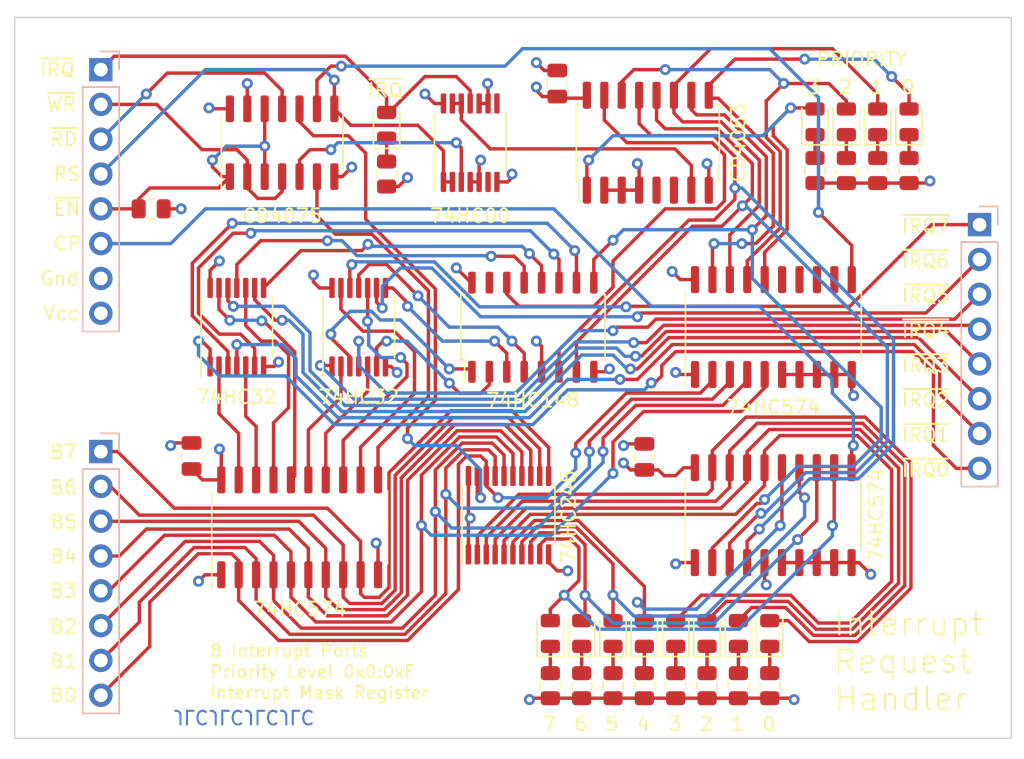
<source format=kicad_pcb>
(kicad_pcb (version 20211014) (generator pcbnew)
  (layers (0 "F.Cu" signal) (1 "In1.Cu" signal) (2 "In2.Cu" signal) (31 "B.Cu" signal) (34 "B.Paste" user) (35 "F.Paste" user) (36 "B.SilkS" user "B.Silkscreen") (37 "F.SilkS" user "F.Silkscreen") (38 "B.Mask" user) (39 "F.Mask" user) (44 "Edge.Cuts" user))
  (net 0 "")
  (net 1 "~{IREQ}")
  (net 2 "~{READ}")
  (net 3 "~{WRITE}")
  (net 4 "CLOCK")
  (net 5 "GND")
  (net 6 "VCC")
  (net 7 "/IRQMASK0")
  (net 8 "/~{EN_IRQ0}")
  (net 9 "/IRQMASK1")
  (net 10 "/~{EN_IRQ1}")
  (net 11 "/~{EN_IRQ2}")
  (net 12 "/IRQMASK2")
  (net 13 "/~{EN_IRQ3}")
  (net 14 "/IRQMASK3")
  (net 15 "/IRQMASK7")
  (net 18 "BUS2")
  (net 19 "BUS1")
  (net 20 "BUS0")
  (net 21 "BUS7")
  (net 22 "BUS6")
  (net 23 "BUS5")
  (net 24 "BUS4")
  (net 25 "BUS3")
  (net 26 "~{IRQ7}")
  (net 27 "~{IRQ6}")
  (net 28 "~{IRQ5}")
  (net 29 "~{IRQ4}")
  (net 30 "~{IRQ3}")
  (net 31 "~{IRQ2}")
  (net 32 "~{IRQ1}")
  (net 33 "~{IRQ0}")
  (net 34 "/IRQMASK6")
  (net 35 "/IRQMASK5")
  (net 36 "/IRQMASK4")
  (net 37 "/~{EN_IRQ4}")
  (net 38 "/~{EN_IRQ5}")
  (net 39 "/~{EN_IRQ6}")
  (net 40 "/~{EN_IRQ7}")
  (net 41 "/AI2")
  (net 42 "/AI1")
  (net 45 "Net-(U2-Pad3)")
  (net 47 "/P3")
  (net 48 "/P2")
  (net 49 "/P1")
  (net 50 "/P0")
  (net 52 "Net-(U10-Pad7)")
  (net 53 "Net-(D1-Pad1)")
  (net 54 "Net-(D2-Pad1)")
  (net 55 "Net-(D3-Pad1)")
  (net 56 "Net-(D4-Pad1)")
  (net 57 "Net-(D5-Pad1)")
  (net 58 "Net-(D6-Pad1)")
  (net 59 "/IP7")
  (net 60 "Net-(D7-Pad1)")
  (net 61 "/IP6")
  (net 62 "Net-(D8-Pad1)")
  (net 63 "/IP5")
  (net 64 "Net-(D9-Pad1)")
  (net 65 "/IP4")
  (net 66 "Net-(D10-Pad1)")
  (net 67 "/IP3")
  (net 68 "Net-(D11-Pad1)")
  (net 69 "/IP2")
  (net 70 "Net-(D12-Pad1)")
  (net 71 "/IP1")
  (net 72 "Net-(D13-Pad1)")
  (net 73 "/IP0")
  (net 74 "/AI0")
  (net 75 "REG_SEL")
  (net 76 "~{EN}")
  (net 77 "Net-(U10-Pad15)")
  (net 78 "~{READ_PORT_ADDR}")
  (net 82 "~{WRITE_MASK}")
  (net 83 "~{WRITE_PRIORITY}")
  (footprint "Package_SO:SOIC-14_3.9x8.7mm_P1.27mm" (layer "F.Cu") (at 101.854 85.344 90)
    (fp_text reference "U3" hide)
    (fp_text value "4075")
  )
  (footprint "Resistor_SMD:R_0805_2012Metric" (layer "F.Cu") (at 109.474 87.63 -90)
    (fp_text reference "R2" hide)
    (fp_text value "R_US" hide)
  )
  (footprint "Package_SO:SOIC-16_4.55x10.3mm_P1.27mm" (layer "F.Cu") (at 120.142 98.806 90)
    (fp_text reference "U9" hide)
    (fp_text value "74HC148" hide)
  )
  (footprint "Package_SO:SO-20_5.3x12.6mm_P1.27mm" (layer "F.Cu") (at 137.668 112.522 90)
    (fp_text reference "U6" hide)
    (fp_text value "74HC574" hide)
  )
  (footprint "Package_SO:SO-20_5.3x12.6mm_P1.27mm" (layer "F.Cu") (at 103.132 113.41 90)
    (fp_text reference "U4" hide)
    (fp_text value "74HC574" hide)
  )
  (footprint "LED_SMD:LED_0805_2012Metric" (layer "F.Cu") (at 123.698 121.158 90)
    (fp_text reference "D7" hide)
    (fp_text value "LED" hide)
  )
  (footprint "LED_SMD:LED_0805_2012Metric" (layer "F.Cu") (at 109.474 84.074 90)
    (fp_text reference "D1" hide)
    (fp_text value "LED" hide)
  )
  (footprint "Resistor_SMD:R_0805_2012Metric" (layer "F.Cu") (at 145.288 87.376 -90)
    (fp_text reference "R4" hide)
    (fp_text value "R_US" hide)
  )
  (footprint "Package_SO:TSSOP-14_4.4x5mm_P0.65mm" (layer "F.Cu") (at 107.442 98.806 90)
    (fp_text reference "U8" hide)
    (fp_text value "74HC32" hide)
  )
  (footprint "LED_SMD:LED_0805_2012Metric" (layer "F.Cu") (at 132.842 121.158 90)
    (fp_text reference "D11" hide)
    (fp_text value "LED" hide)
  )
  (footprint "LED_SMD:LED_0805_2012Metric" (layer "F.Cu") (at 137.414 121.158 90)
    (fp_text reference "D13" hide)
    (fp_text value "LED")
  )
  (footprint "Resistor_SMD:R_0805_2012Metric" (layer "F.Cu") (at 92.3055 90.17)
    (fp_text reference "R1" hide)
    (fp_text value "R_US")
  )
  (footprint "Resistor_SMD:R_0805_2012Metric" (layer "F.Cu") (at 135.128 124.968 -90)
    (fp_text reference "R13" hide)
    (fp_text value "R_US" hide)
  )
  (footprint "Capacitor_SMD:C_0805_2012Metric" (layer "F.Cu") (at 128.27 108.27 90)
    (fp_text reference "C2" hide)
    (fp_text value "C")
  )
  (footprint "Resistor_SMD:R_0805_2012Metric" (layer "F.Cu") (at 147.574 87.376 -90)
    (fp_text reference "R3" hide)
    (fp_text value "R_US" hide)
  )
  (footprint "LED_SMD:LED_0805_2012Metric" (layer "F.Cu") (at 121.412 121.158 90)
    (fp_text reference "D6" hide)
    (fp_text value "LED" hide)
  )
  (footprint "LED_SMD:LED_0805_2012Metric" (layer "F.Cu") (at 130.556 121.158 90)
    (fp_text reference "D10" hide)
    (fp_text value "LED" hide)
  )
  (footprint "LED_SMD:LED_0805_2012Metric" (layer "F.Cu") (at 145.288 83.82 90)
    (fp_text reference "D3" hide)
    (fp_text value "LED" hide)
  )
  (footprint "Package_SO:TSSOP-20_4.4x6.5mm_P0.65mm" (layer "F.Cu") (at 118.364 112.522 90)
    (fp_text reference "U7" hide)
    (fp_text value "74HC245" hide)
  )
  (footprint "Resistor_SMD:R_0805_2012Metric" (layer "F.Cu") (at 130.556 124.968 -90)
    (fp_text reference "R11" hide)
    (fp_text value "R_US" hide)
  )
  (footprint "Resistor_SMD:R_0805_2012Metric" (layer "F.Cu") (at 123.698 124.968 -90)
    (fp_text reference "R8" hide)
    (fp_text value "R_US" hide)
  )
  (footprint "Resistor_SMD:R_0805_2012Metric" (layer "F.Cu") (at 128.27 124.968 -90)
    (fp_text reference "R10" hide)
    (fp_text value "R_US" hide)
  )
  (footprint "Resistor_SMD:R_0805_2012Metric" (layer "F.Cu") (at 121.412 124.968 -90)
    (fp_text reference "R7" hide)
    (fp_text value "R_US" hide)
  )
  (footprint "LED_SMD:LED_0805_2012Metric" (layer "F.Cu") (at 140.716 83.82 90)
    (fp_text reference "D5" hide)
    (fp_text value "LED" hide)
  )
  (footprint "Capacitor_SMD:C_0805_2012Metric" (layer "F.Cu") (at 121.92 81.026 90)
    (fp_text reference "C3" hide)
    (fp_text value "C")
  )
  (footprint "Package_SO:SO-20_5.3x12.6mm_P1.27mm" (layer "F.Cu") (at 137.68 98.796 90)
    (fp_text reference "U1" hide)
    (fp_text value "74HC574" hide)
  )
  (footprint "Capacitor_SMD:C_0805_2012Metric" (layer "F.Cu") (at 95.25 108.204 90)
    (fp_text reference "C1" hide)
    (fp_text value "C")
  )
  (footprint "LED_SMD:LED_0805_2012Metric" (layer "F.Cu") (at 135.128 121.158 90)
    (fp_text reference "D12" hide)
    (fp_text value "LED" hide)
  )
  (footprint "LED_SMD:LED_0805_2012Metric" (layer "F.Cu") (at 143.002 83.82 90)
    (fp_text reference "D4" hide)
    (fp_text value "LED" hide)
  )
  (footprint "Package_SO:TSSOP-14_4.4x5mm_P0.65mm" (layer "F.Cu") (at 98.552 98.806 90)
    (fp_text reference "U5" hide)
    (fp_text value "74HC32" hide)
  )
  (footprint "Resistor_SMD:R_0805_2012Metric" (layer "F.Cu") (at 140.716 87.376 -90)
    (fp_text reference "R6" hide)
    (fp_text value "R_US" hide)
  )
  (footprint "LED_SMD:LED_0805_2012Metric" (layer "F.Cu") (at 125.984 121.158 90)
    (fp_text reference "D8" hide)
    (fp_text value "LED" hide)
  )
  (footprint "Resistor_SMD:R_0805_2012Metric" (layer "F.Cu") (at 132.842 124.968 -90)
    (fp_text reference "R12" hide)
    (fp_text value "R_US" hide)
  )
  (footprint "Resistor_SMD:R_0805_2012Metric" (layer "F.Cu") (at 143.002 87.376 -90)
    (fp_text reference "R5" hide)
    (fp_text value "R_US" hide)
  )
  (footprint "Package_SO:TSSOP-14_4.4x5mm_P0.65mm" (layer "F.Cu") (at 115.57 85.344 90)
    (fp_text reference "U2" hide)
    (fp_text value "74HC00")
  )
  (footprint "Resistor_SMD:R_0805_2012Metric" (layer "F.Cu") (at 137.414 124.968 -90)
    (fp_text reference "R14" hide)
    (fp_text value "R_US")
  )
  (footprint "LED_SMD:LED_0805_2012Metric" (layer "F.Cu") (at 147.574 83.82 90)
    (fp_text reference "D2" hide)
    (fp_text value "LED" hide)
  )
  (footprint "LED_SMD:LED_0805_2012Metric" (layer "F.Cu") (at 128.27 121.158 90)
    (fp_text reference "D9" hide)
    (fp_text value "LED" hide)
  )
  (footprint "Package_SO:SO-16_5.3x10.2mm_P1.27mm" (layer "F.Cu") (at 128.524 85.344 90)
    (fp_text reference "U10" hide)
    (fp_text value "CD4063")
  )
  (footprint "Resistor_SMD:R_0805_2012Metric" (layer "F.Cu") (at 125.984 124.968 -90)
    (fp_text reference "R9" hide)
    (fp_text value "R_US" hide)
  )
  (footprint "Connector_PinHeader_2.54mm:PinHeader_1x08_P2.54mm_Vertical" (layer "B.Cu") (at 152.714 91.325 180)
    (fp_text reference "J3" hide)
    (fp_text value "Conn_01x08" hide)
  )
  (footprint "Connector_PinHeader_2.54mm:PinHeader_1x08_P2.54mm_Vertical" (layer "B.Cu") (at 88.636 80.01 180)
    (fp_text reference "J1" hide)
    (fp_text value "Conn_01x08")
  )
  (footprint "Connector_PinHeader_2.54mm:PinHeader_1x08_P2.54mm_Vertical" (layer "B.Cu") (at 88.636 107.885 180)
    (fp_text reference "J2" hide)
    (fp_text value "Conn_01x08" hide)
  )
  (gr_rect (start 155.024 76.206) (end 82.352 128.798) (layer "Edge.Cuts") (width 0.1) (fill none))
  (gr_text "JLCJLCJLCJLC" (at 99.06 127.254 180) (layer "B.Cu") (effects (font (size 1 1)) (justify mirror)))
  (gr_text "Interrupt Mask Register" (at 96.52 125.476) (layer "F.SilkS") (effects (font (size 0.9 0.9)) (justify left)))
  (gr_text "1" (at 135.636 127.762) (layer "F.SilkS") (effects (font (size 1 1)) (justify right)))
  (gr_text "B2" (at 84.846 120.65) (layer "F.SilkS") (effects (font (size 1 1)) (justify left)))
  (gr_text "~{IRQ1}" (at 150.622 106.68) (layer "F.SilkS") (effects (font (size 1 1)) (justify right)))
  (gr_text "~{IRQ3}" (at 150.622 101.6) (layer "F.SilkS") (effects (font (size 1 1)) (justify right)))
  (gr_text "~{IRQ0}" (at 150.622 109.22) (layer "F.SilkS") (effects (font (size 1 1)) (justify right)))
  (gr_text "B7" (at 84.836 107.9) (layer "F.SilkS") (effects (font (size 1 1)) (justify left)))
  (gr_text "2" (at 133.35 127.762) (layer "F.SilkS") (effects (font (size 1 1)) (justify right)))
  (gr_text "CP" (at 85.09 92.71) (layer "F.SilkS") (effects (font (size 1 1)) (justify left)))
  (gr_text "3" (at 141.224 81.28) (layer "F.SilkS") (effects (font (size 1 1)) (justify right)))
  (gr_text "B1" (at 84.846 123.19) (layer "F.SilkS") (effects (font (size 1 1)) (justify left)))
  (gr_text "~{IRQ4}" (at 150.622 99.06) (layer "F.SilkS") (effects (font (size 1 1)) (justify right)))
  (gr_text "~{IRQ}" (at 84.1 80.03) (layer "F.SilkS") (effects (font (size 1 1)) (justify left)))
  (gr_text "6" (at 124.206 127.762) (layer "F.SilkS") (effects (font (size 1 1)) (justify right)))
  (gr_text "Vcc" (at 87.122 97.79) (layer "F.SilkS") (effects (font (size 1 1)) (justify right)))
  (gr_text "~{IRQ5}" (at 150.622 96.52) (layer "F.SilkS") (effects (font (size 1 1)) (justify right)))
  (gr_text "Gnd" (at 87.122 95.25) (layer "F.SilkS") (effects (font (size 1 1)) (justify right)))
  (gr_text "7" (at 121.92 127.762) (layer "F.SilkS") (effects (font (size 1 1)) (justify right)))
  (gr_text "B0" (at 84.846 125.66) (layer "F.SilkS") (effects (font (size 1 1)) (justify left)))
  (gr_text "~{IRQ6}" (at 150.622 93.98) (layer "F.SilkS") (effects (font (size 1 1)) (justify right)))
  (gr_text "0" (at 137.922 127.762) (layer "F.SilkS") (effects (font (size 1 1)) (justify right)))
  (gr_text "2" (at 143.51 81.28) (layer "F.SilkS") (effects (font (size 1 1)) (justify right)))
  (gr_text "Interrupt \nRequest \nHandler" (at 141.986 123.19) (layer "F.SilkS") (effects (font (size 1.7 1.7)) (justify left)))
  (gr_text "B6" (at 84.846 110.5) (layer "F.SilkS") (effects (font (size 1 1)) (justify left)))
  (gr_text "1" (at 145.796 81.28) (layer "F.SilkS") (effects (font (size 1 1)) (justify right)))
  (gr_text "B3" (at 84.846 118.05) (layer "F.SilkS") (effects (font (size 1 1)) (justify left)))
  (gr_text "PRIORITY" (at 140.716 79.248) (layer "F.SilkS") (effects (font (size 1 1)) (justify left)))
  (gr_text "0" (at 148.082 81.28) (layer "F.SilkS") (effects (font (size 1 1)) (justify right)))
  (gr_text "B4" (at 84.854 115.52) (layer "F.SilkS") (effects (font (size 1 1)) (justify left)))
  (gr_text "~{IRQ2}" (at 150.622 104.14) (layer "F.SilkS") (effects (font (size 1 1)) (justify right)))
  (gr_text "~{WR}" (at 84.582 82.55) (layer "F.SilkS") (effects (font (size 1 1)) (justify left)))
  (gr_text "5" (at 126.492 127.762) (layer "F.SilkS") (effects (font (size 1 1)) (justify right)))
  (gr_text "3" (at 131.064 127.762) (layer "F.SilkS") (effects (font (size 1 1)) (justify right)))
  (gr_text "Priority Level 0x0:0xF" (at 96.52 123.952) (layer "F.SilkS") (effects (font (size 0.9 0.9)) (justify left)))
  (gr_text "~{RD}" (at 84.836 85.09) (layer "F.SilkS") (effects (font (size 1 1)) (justify left)))
  (gr_text "4" (at 128.778 127.762) (layer "F.SilkS") (effects (font (size 1 1)) (justify right)))
  (gr_text "RS" (at 85.09 87.63) (layer "F.SilkS") (effects (font (size 1 1)) (justify left)))
  (gr_text "B5" (at 84.854 113.03) (layer "F.SilkS") (effects (font (size 1 1)) (justify left)))
  (gr_text "~{EN}" (at 85.09 90.17) (layer "F.SilkS") (effects (font (size 1 1)) (justify left)))
  (gr_text "8 Interrupt Ports" (at 96.52 122.428) (layer "F.SilkS") (effects (font (size 0.9 0.9)) (justify left)))
  (gr_text "~{IRQ7}" (at 150.622 91.44) (layer "F.SilkS") (effects (font (size 1 1)) (justify right)))
  (gr_text "~{IRQ}" (at 110.744 81.534) (layer "F.SilkS") (effects (font (size 1 1)) (justify right)))
  (segment (start 109.474 82.0334) (end 109.474 83.1365) (width 0.25) (layer "F.Cu") (net 1))
  (segment (start 115.57 81.534) (end 114.554 80.518) (width 0.25) (layer "F.Cu") (net 1))
  (segment (start 89.614501 79.031499) (end 106.472099 79.031499) (width 0.25) (layer "F.Cu") (net 1))
  (segment (start 114.554 80.518) (end 112.268 80.518) (width 0.25) (layer "F.Cu") (net 1))
  (segment (start 88.636 80.01) (end 89.614501 79.031499) (width 0.25) (layer "F.Cu") (net 1))
  (segment (start 112.268 80.518) (end 109.6495 83.1365) (width 0.25) (layer "F.Cu") (net 1))
  (segment (start 115.57 82.4815) (end 115.57 81.534) (width 0.25) (layer "F.Cu") (net 1))
  (segment (start 109.6495 83.1365) (end 109.474 83.1365) (width 0.25) (layer "F.Cu") (net 1))
  (segment (start 106.472099 79.031499) (end 109.474 82.0334) (width 0.25) (layer "F.Cu") (net 1))
  (segment (start 101.854 82.869) (end 101.854 81.534) (width 0.25) (layer "F.Cu") (net 2))
  (segment (start 100.584 80.264) (end 100.076 80.264) (width 0.25) (layer "F.Cu") (net 2))
  (segment (start 100.076 80.264) (end 93.472 80.264) (width 0.25) (layer "F.Cu") (net 2))
  (segment (start 93.472 80.264) (end 92.202 81.534) (width 0.25) (layer "F.Cu") (net 2))
  (segment (start 101.6 81.28) (end 100.584 80.264) (width 0.25) (layer "F.Cu") (net 2))
  (segment (start 101.854 81.534) (end 101.6 81.28) (width 0.25) (layer "F.Cu") (net 2))
  (segment (start 92.202 81.534) (end 91.948 81.788) (width 0.25) (layer "F.Cu") (net 2))
  (via (at 91.948 81.788) (size 0.8) (drill 0.4) (layers "F.Cu" "B.Cu") (net 2))
  (segment (start 91.948 81.788) (end 91.938 81.788) (width 0.25) (layer "B.Cu") (net 2))
  (segment (start 91.938 81.788) (end 88.636 85.09) (width 0.25) (layer "B.Cu") (net 2))
  (segment (start 92.71 82.55) (end 96.012 85.852) (width 0.25) (layer "F.Cu") (net 3))
  (segment (start 101.854 88.9) (end 101.854 87.819) (width 0.25) (layer "F.Cu") (net 3))
  (segment (start 96.012 85.852) (end 98.552 85.852) (width 0.25) (layer "F.Cu") (net 3))
  (segment (start 88.636 82.55) (end 92.71 82.55) (width 0.25) (layer "F.Cu") (net 3))
  (segment (start 101.346 89.408) (end 101.854 88.9) (width 0.25) (layer "F.Cu") (net 3))
  (segment (start 100.076 89.408) (end 101.346 89.408) (width 0.25) (layer "F.Cu") (net 3))
  (segment (start 99.314 87.819) (end 99.314 88.646) (width 0.25) (layer "F.Cu") (net 3))
  (segment (start 98.552 85.852) (end 99.314 86.614) (width 0.25) (layer "F.Cu") (net 3))
  (segment (start 99.314 86.614) (end 99.314 87.819) (width 0.25) (layer "F.Cu") (net 3))
  (segment (start 99.314 88.646) (end 100.076 89.408) (width 0.25) (layer "F.Cu") (net 3))
  (segment (start 143.383 109.0595) (end 143.383 107.569) (width 0.25) (layer "F.Cu") (net 4))
  (segment (start 143.383 107.569) (end 143.51 107.442) (width 0.25) (layer "F.Cu") (net 4))
  (via (at 143.51 107.442) (size 0.8) (drill 0.4) (layers "F.Cu" "B.Cu") (net 4))
  (segment (start 141.986 102.616) (end 136.652 97.282) (width 0.25) (layer "B.Cu") (net 4))
  (segment (start 136.652 97.282) (end 128.778 97.282) (width 0.25) (layer "B.Cu") (net 4))
  (segment (start 143.51 107.442) (end 143.51 105.156) (width 0.25) (layer "B.Cu") (net 4))
  (segment (start 121.666 90.17) (end 96.266 90.17) (width 0.25) (layer "B.Cu") (net 4))
  (segment (start 141.986 103.632) (end 141.986 102.616) (width 0.25) (layer "B.Cu") (net 4))
  (segment (start 96.266 90.17) (end 93.726 92.71) (width 0.25) (layer "B.Cu") (net 4))
  (segment (start 128.778 97.282) (end 121.666 90.17) (width 0.25) (layer "B.Cu") (net 4))
  (segment (start 93.726 92.71) (end 88.636 92.71) (width 0.25) (layer "B.Cu") (net 4))
  (segment (start 143.51 105.156) (end 141.986 103.632) (width 0.25) (layer "B.Cu") (net 4))
  (segment (start 143.9245 115.9845) (end 144.78 116.84) (width 0.25) (layer "F.Cu") (net 5))
  (segment (start 131.965 102.2585) (end 130.7065 102.2585) (width 0.25) (layer "F.Cu") (net 5))
  (segment (start 130.6495 115.9845) (end 130.556 116.078) (width 0.25) (layer "F.Cu") (net 5))
  (segment (start 131.953 115.9845) (end 130.6495 115.9845) (width 0.25) (layer "F.Cu") (net 5))
  (segment (start 109.392 101.6685) (end 109.7965 101.6685) (width 0.25) (layer "F.Cu") (net 5))
  (segment (start 110.3395 88.5425) (end 110.998 87.884) (width 0.25) (layer "F.Cu") (net 5))
  (segment (start 137.414 125.8805) (end 139.0885 125.8805) (width 0.25) (layer "F.Cu") (net 5))
  (segment (start 116.22 88.2065) (end 115.57 88.2065) (width 0.25) (layer "F.Cu") (net 5))
  (segment (start 116.22 88.2065) (end 116.22 86.726) (width 0.25) (layer "F.Cu") (net 5))
  (segment (start 127.889 86.995) (end 127.762 86.868) (width 0.25) (layer "F.Cu") (net 5))
  (segment (start 126.876598 107.32) (end 126.750299 107.446299) (width 0.25) (layer "F.Cu") (net 5))
  (segment (start 148.9475 88.2885) (end 149.098 88.138) (width 0.25) (layer "F.Cu") (net 5))
  (segment (start 109.474 88.5425) (end 110.3395 88.5425) (width 0.25) (layer "F.Cu") (net 5))
  (segment (start 96.2335 116.8725) (end 95.758 117.348) (width 0.25) (layer "F.Cu") (net 5))
  (segment (start 121.412 125.8805) (end 137.414 125.8805) (width 0.25) (layer "F.Cu") (net 5))
  (segment (start 138.315 102.2585) (end 143.395 102.2585) (width 0.25) (layer "F.Cu") (net 5))
  (segment (start 124.587 102.056) (end 125.528 102.056) (width 0.25) (layer "F.Cu") (net 5))
  (segment (start 97.417 116.8725) (end 96.2335 116.8725) (width 0.25) (layer "F.Cu") (net 5))
  (segment (start 132.969 86.995) (end 132.842 86.868) (width 0.25) (layer "F.Cu") (net 5))
  (segment (start 95.25 107.254) (end 93.914 107.254) (width 0.25) (layer "F.Cu") (net 5))
  (segment (start 100.502 101.6685) (end 101.2775 101.6685) (width 0.25) (layer "F.Cu") (net 5))
  (segment (start 140.716 88.2885) (end 147.574 88.2885) (width 0.25) (layer "F.Cu") (net 5))
  (segment (start 139.0885 125.8805) (end 139.192 125.984) (width 0.25) (layer "F.Cu") (net 5))
  (segment (start 125.528 102.056) (end 125.73 101.854) (width 0.25) (layer "F.Cu") (net 5))
  (segment (start 143.395 102.2585) (end 143.395 103.669935) (width 0.25) (layer "F.Cu") (net 5))
  (segment (start 120.97 80.076) (end 120.396 79.502) (width 0.25) (layer "F.Cu") (net 5))
  (segment (start 127.889 88.594) (end 127.889 86.995) (width 0.25) (layer "F.Cu") (net 5))
  (segment (start 120.777 100.203) (end 120.396 99.822) (width 0.25) (layer "F.Cu") (net 5))
  (segment (start 130.7065 102.2585) (end 130.556 102.108) (width 0.25) (layer "F.Cu") (net 5))
  (segment (start 116.22 86.726) (end 116.332 86.614) (width 0.25) (layer "F.Cu") (net 5))
  (segment (start 121.92 116.586) (end 122.682 116.586) (width 0.25) (layer "F.Cu") (net 5))
  (segment (start 101.2775 101.6685) (end 101.597851 101.348149) (width 0.25) (layer "F.Cu") (net 5))
  (segment (start 147.574 88.2885) (end 148.9475 88.2885) (width 0.25) (layer "F.Cu") (net 5))
  (segment (start 121.412 125.8805) (end 119.9915 125.8805) (width 0.25) (layer "F.Cu") (net 5))
  (segment (start 117.52 88.2065) (end 118.2955 88.2065) (width 0.25) (layer "F.Cu") (net 5))
  (segment (start 121.289 115.955) (end 121.92 116.586) (width 0.25) (layer "F.Cu") (net 5))
  (segment (start 105.664 87.819) (end 106.237 87.819) (width 0.25) (layer "F.Cu") (net 5))
  (segment (start 106.237 87.819) (end 106.934 87.122) (width 0.25) (layer "F.Cu") (net 5))
  (segment (start 143.395 103.669935) (end 143.52802 103.802955) (width 0.25) (layer "F.Cu") (net 5))
  (segment (start 125.349 88.8065) (end 127.889 88.8065) (width 0.25) (layer "F.Cu") (net 5))
  (segment (start 93.914 107.254) (end 93.726 107.442) (width 0.25) (layer "F.Cu") (net 5))
  (segment (start 99.314 82.869) (end 99.314 81.026) (width 0.25) (layer "F.Cu") (net 5))
  (segment (start 116.87 82.4815) (end 116.87 81.056) (width 0.25) (layer "F.Cu") (net 5))
  (segment (start 132.969 88.594) (end 132.969 86.995) (width 0.25) (layer "F.Cu") (net 5))
  (segment (start 116.87 81.056) (end 116.84 81.026) (width 0.25) (layer "F.Cu") (net 5))
  (segment (start 121.92 80.076) (end 120.97 80.076) (width 0.25) (layer "F.Cu") (net 5))
  (segment (start 109.7965 101.6685) (end 110.236 102.108) (width 0.25) (layer "F.Cu") (net 5))
  (segment (start 116.22 82.4815) (end 116.87 82.4815) (width 0.25) (layer "F.Cu") (net 5))
  (segment (start 120.777 102.056) (end 120.777 100.203) (width 0.25) (layer "F.Cu") (net 5))
  (segment (start 118.618 87.884) (end 118.618 87.63) (width 0.25) (layer "F.Cu") (net 5))
  (segment (start 143.383 115.9845) (end 143.9245 115.9845) (width 0.25) (layer "F.Cu") (net 5))
  (segment (start 108.847 116.8725) (end 108.847 114.689) (width 0.25) (layer "F.Cu") (net 5))
  (segment (start 138.303 115.9845) (end 143.383 115.9845) (width 0.25) (layer "F.Cu") (net 5))
  (segment (start 119.9915 125.8805) (end 119.888 125.984) (width 0.25) (layer "F.Cu") (net 5))
  (segment (start 118.2955 88.2065) (end 118.618 87.884) (width 0.25) (layer "F.Cu") (net 5))
  (segment (start 108.847 114.689) (end 108.712 114.554) (width 0.25) (layer "F.Cu") (net 5))
  (segment (start 128.27 107.32) (end 126.876598 107.32) (width 0.25) (layer "F.Cu") (net 5))
  (segment (start 121.289 115.3845) (end 121.289 115.955) (width 0.25) (layer "F.Cu") (net 5))
  (via (at 143.52802 103.802955) (size 0.8) (drill 0.4) (layers "F.Cu" "B.Cu") (net 5))
  (via (at 125.73 101.854) (size 0.8) (drill 0.4) (layers "F.Cu" "B.Cu") (net 5))
  (via (at 116.84 81.026) (size 0.8) (drill 0.4) (layers "F.Cu" "B.Cu") (net 5))
  (via (at 99.314 81.026) (size 0.8) (drill 0.4) (layers "F.Cu" "B.Cu") (net 5))
  (via (at 108.712 114.554) (size 0.8) (drill 0.4) (layers "F.Cu" "B.Cu") (net 5))
  (via (at 119.888 125.984) (size 0.8) (drill 0.4) (layers "F.Cu" "B.Cu") (net 5))
  (via (at 93.726 107.442) (size 0.8) (drill 0.4) (layers "F.Cu" "B.Cu") (net 5))
  (via (at 130.556 116.078) (size 0.8) (drill 0.4) (layers "F.Cu" "B.Cu") (net 5))
  (via (at 110.998 87.884) (size 0.8) (drill 0.4) (layers "F.Cu" "B.Cu") (net 5))
  (via (at 127.762 86.868) (size 0.8) (drill 0.4) (layers "F.Cu" "B.Cu") (net 5))
  (via (at 126.750299 107.446299) (size 0.8) (drill 0.4) (layers "F.Cu" "B.Cu") (net 5))
  (via (at 122.682 116.586) (size 0.8) (drill 0.4) (layers "F.Cu" "B.Cu") (net 5))
  (via (at 130.556 102.108) (size 0.8) (drill 0.4) (layers "F.Cu" "B.Cu") (net 5))
  (via (at 95.758 117.348) (size 0.8) (drill 0.4) (layers "F.Cu" "B.Cu") (net 5))
  (via (at 118.618 87.63) (size 0.8) (drill 0.4) (layers "F.Cu" "B.Cu") (net 5))
  (via (at 110.236 102.108) (size 0.8) (drill 0.4) (layers "F.Cu" "B.Cu") (net 5))
  (via (at 120.396 99.822) (size 0.8) (drill 0.4) (layers "F.Cu" "B.Cu") (net 5))
  (via (at 120.396 79.502) (size 0.8) (drill 0.4) (layers "F.Cu" "B.Cu") (net 5))
  (via (at 144.78 116.84) (size 0.8) (drill 0.4) (layers "F.Cu" "B.Cu") (net 5))
  (via (at 101.597851 101.348149) (size 0.8) (drill 0.4) (layers "F.Cu" "B.Cu") (net 5))
  (via (at 139.192 125.984) (size 0.8) (drill 0.4) (layers "F.Cu" "B.Cu") (net 5))
  (via (at 149.098 88.138) (size 0.8) (drill 0.4) (layers "F.Cu" "B.Cu") (net 5))
  (via (at 106.934 87.122) (size 0.8) (drill 0.4) (layers "F.Cu" "B.Cu") (net 5))
  (via (at 116.332 86.614) (size 0.8) (drill 0.4) (layers "F.Cu" "B.Cu") (net 5))
  (via (at 132.842 86.868) (size 0.8) (drill 0.4) (layers "F.Cu" "B.Cu") (net 5))
  (segment (start 131.965 95.3335) (end 130.8935 95.3335) (width 0.25) (layer "F.Cu") (net 6))
  (segment (start 121.92 81.976) (end 120.838 81.976) (width 0.25) (layer "F.Cu") (net 6))
  (segment (start 131.129 109.0595) (end 130.545 109.6435) (width 0.25) (layer "F.Cu") (net 6))
  (segment (start 115.57 112.7385) (end 115.439 112.8695) (width 0.25) (layer "F.Cu") (net 6))
  (segment (start 93.218 90.17) (end 94.488 90.17) (width 0.25) (layer "F.Cu") (net 6))
  (segment (start 128.27 109.22) (end 129.286 109.22) (width 0.25) (layer "F.Cu") (net 6))
  (segment (start 127.254 109.22) (end 126.746 108.712) (width 0.25) (layer "F.Cu") (net 6))
  (segment (start 128.27 109.22) (end 127.254 109.22) (width 0.25) (layer "F.Cu") (net 6))
  (segment (start 113.62 82.4815) (end 112.9615 82.4815) (width 0.25) (layer "F.Cu") (net 6))
  (segment (start 97.417 107.831) (end 97.282 107.696) (width 0.25) (layer "F.Cu") (net 6))
  (segment (start 115.439 112.6075) (end 115.57 112.7385) (width 0.25) (layer "F.Cu") (net 6))
  (segment (start 97.417 109.9475) (end 97.417 107.831) (width 0.25) (layer "F.Cu") (net 6))
  (segment (start 124.079 82.094) (end 122.038 82.094) (width 0.25) (layer "F.Cu") (net 6))
  (segment (start 115.630598 95.556) (end 114.558299 94.483701) (width 0.25) (layer "F.Cu") (net 6))
  (segment (start 115.439 112.8695) (end 115.439 115.3845) (width 0.25) (layer "F.Cu") (net 6))
  (segment (start 137.033 115.9845) (end 137.033 117.475) (width 0.25) (layer "F.Cu") (net 6))
  (segment (start 115.439 109.6595) (end 115.439 112.6075) (width 0.25) (layer "F.Cu") (net 6))
  (segment (start 97.417 109.9475) (end 96.0435 109.9475) (width 0.25) (layer "F.Cu") (net 6))
  (segment (start 98.044 82.869) (end 96.585 82.869) (width 0.25) (layer "F.Cu") (net 6))
  (segment (start 130.8935 95.3335) (end 130.302 94.742) (width 0.25) (layer "F.Cu") (net 6))
  (segment (start 104.5795 95.9435) (end 104.14 95.504) (width 0.25) (layer "F.Cu") (net 6))
  (segment (start 129.286 109.22) (end 129.7095 109.6435) (width 0.25) (layer "F.Cu") (net 6))
  (segment (start 96.602 95.9435) (end 96.602 94.66) (width 0.25) (layer "F.Cu") (net 6))
  (segment (start 105.492 95.9435) (end 104.5795 95.9435) (width 0.25) (layer "F.Cu") (net 6))
  (segment (start 96.602 94.66) (end 97.028 94.234) (width 0.25) (layer "F.Cu") (net 6))
  (segment (start 97.028 94.234) (end 97.282 93.98) (width 0.25) (layer "F.Cu") (net 6))
  (segment (start 129.7095 109.6435) (end 130.545 109.6435) (width 0.25) (layer "F.Cu") (net 6))
  (segment (start 112.9615 82.4815) (end 112.268 81.788) (width 0.25) (layer "F.Cu") (net 6))
  (segment (start 137.033 117.475) (end 137.164299 117.606299) (width 0.25) (layer "F.Cu") (net 6))
  (segment (start 96.585 82.869) (end 96.52 82.804) (width 0.25) (layer "F.Cu") (net 6))
  (segment (start 115.697 95.556) (end 115.630598 95.556) (width 0.25) (layer "F.Cu") (net 6))
  (segment (start 120.396 81.534) (end 120.396 81.28) (width 0.25) (layer "F.Cu") (net 6))
  (segment (start 120.838 81.976) (end 120.396 81.534) (width 0.25) (layer "F.Cu") (net 6))
  (segment (start 96.0435 109.9475) (end 95.25 109.154) (width 0.25) (layer "F.Cu") (net 6))
  (segment (start 122.038 82.094) (end 121.92 81.976) (width 0.25) (layer "F.Cu") (net 6))
  (segment (start 104.14 95.504) (end 104.14 94.996) (width 0.25) (layer "F.Cu") (net 6))
  (segment (start 131.953 109.0595) (end 131.129 109.0595) (width 0.25) (layer "F.Cu") (net 6))
  (via (at 97.282 93.98) (size 0.8) (drill 0.4) (layers "F.Cu" "B.Cu") (net 6))
  (via (at 104.14 94.996) (size 0.8) (drill 0.4) (layers "F.Cu" "B.Cu") (net 6))
  (via (at 137.164299 117.606299) (size 0.8) (drill 0.4) (layers "F.Cu" "B.Cu") (net 6))
  (via (at 120.396 81.28) (size 0.8) (drill 0.4) (layers "F.Cu" "B.Cu") (net 6))
  (via (at 126.746 108.712) (size 0.8) (drill 0.4) (layers "F.Cu" "B.Cu") (net 6))
  (via (at 115.57 112.7385) (size 0.8) (drill 0.4) (layers "F.Cu" "B.Cu") (net 6))
  (via (at 97.282 107.696) (size 0.8) (drill 0.4) (layers "F.Cu" "B.Cu") (net 6))
  (via (at 130.302 94.742) (size 0.8) (drill 0.4) (layers "F.Cu" "B.Cu") (net 6))
  (via (at 114.558299 94.483701) (size 0.8) (drill 0.4) (layers "F.Cu" "B.Cu") (net 6))
  (via (at 94.488 90.17) (size 0.8) (drill 0.4) (layers "F.Cu" "B.Cu") (net 6))
  (via (at 96.52 82.804) (size 0.8) (drill 0.4) (layers "F.Cu" "B.Cu") (net 6))
  (via (at 112.268 81.788) (size 0.8) (drill 0.4) (layers "F.Cu" "B.Cu") (net 6))
  (segment (start 98.687 109.9475) (end 98.687 106.561) (width 0.25) (layer "F.Cu") (net 7))
  (segment (start 98.687 106.561) (end 97.252 105.126) (width 0.25) (layer "F.Cu") (net 7))
  (segment (start 97.252 105.126) (end 97.252 101.6685) (width 0.25) (layer "F.Cu") (net 7))
  (segment (start 123.317 93.345) (end 123.19 93.218) (width 0.25) (layer "F.Cu") (net 8))
  (segment (start 97.902 100.569704) (end 95.308489 97.976193) (width 0.25) (layer "F.Cu") (net 8))
  (segment (start 123.317 95.556) (end 123.317 93.345) (width 0.25) (layer "F.Cu") (net 8))
  (segment (start 95.308489 94.136156) (end 98.217577 91.227068) (width 0.25) (layer "F.Cu") (net 8))
  (segment (start 95.308489 97.976193) (end 95.308489 94.136156) (width 0.25) (layer "F.Cu") (net 8))
  (segment (start 97.902 101.6685) (end 97.902 100.569704) (width 0.25) (layer "F.Cu") (net 8))
  (via (at 123.19 93.218) (size 0.8) (drill 0.4) (layers "F.Cu" "B.Cu") (net 8))
  (via (at 98.217577 91.227068) (size 0.8) (drill 0.4) (layers "F.Cu" "B.Cu") (net 8))
  (segment (start 123.19 93.218) (end 121.195499 91.223499) (width 0.25) (layer "B.Cu") (net 8))
  (segment (start 98.221146 91.223499) (end 98.217577 91.227068) (width 0.25) (layer "B.Cu") (net 8))
  (segment (start 121.195499 91.223499) (end 98.221146 91.223499) (width 0.25) (layer "B.Cu") (net 8))
  (segment (start 99.957 109.9475) (end 99.957 106.053) (width 0.25) (layer "F.Cu") (net 9))
  (segment (start 99.202 105.298) (end 99.202 101.6685) (width 0.25) (layer "F.Cu") (net 9))
  (segment (start 99.957 106.053) (end 99.202 105.298) (width 0.25) (layer "F.Cu") (net 9))
  (segment (start 122.047 93.853) (end 121.666 93.472) (width 0.25) (layer "F.Cu") (net 10))
  (segment (start 99.852 100.3514) (end 98.8146 99.314) (width 0.25) (layer "F.Cu") (net 10))
  (segment (start 99.852 101.6685) (end 99.852 100.3514) (width 0.25) (layer "F.Cu") (net 10))
  (segment (start 122.047 95.556) (end 122.047 93.853) (width 0.25) (layer "F.Cu") (net 10))
  (segment (start 95.758 94.4794) (end 98.2894 91.948) (width 0.25) (layer "F.Cu") (net 10))
  (segment (start 97.282 99.314) (end 95.758 97.79) (width 0.25) (layer "F.Cu") (net 10))
  (segment (start 98.2894 91.948) (end 99.568 91.948) (width 0.25) (layer "F.Cu") (net 10))
  (segment (start 98.8146 99.314) (end 97.282 99.314) (width 0.25) (layer "F.Cu") (net 10))
  (segment (start 95.758 97.79) (end 95.758 94.4794) (width 0.25) (layer "F.Cu") (net 10))
  (via (at 121.666 93.472) (size 0.8) (drill 0.4) (layers "F.Cu" "B.Cu") (net 10))
  (via (at 99.568 91.948) (size 0.8) (drill 0.4) (layers "F.Cu" "B.Cu") (net 10))
  (segment (start 99.747001 91.768999) (end 119.962999 91.768999) (width 0.25) (layer "B.Cu") (net 10))
  (segment (start 99.568 91.948) (end 99.747001 91.768999) (width 0.25) (layer "B.Cu") (net 10))
  (segment (start 119.962999 91.768999) (end 121.666 93.472) (width 0.25) (layer "B.Cu") (net 10))
  (segment (start 120.777 94.3235) (end 119.888 93.4345) (width 0.25) (layer "F.Cu") (net 11))
  (segment (start 107.653018 93.218) (end 108.114358 92.75666) (width 0.25) (layer "F.Cu") (net 11))
  (segment (start 100.502 95.9435) (end 103.2275 93.218) (width 0.25) (layer "F.Cu") (net 11))
  (segment (start 103.2275 93.218) (end 107.653018 93.218) (width 0.25) (layer "F.Cu") (net 11))
  (segment (start 120.777 95.556) (end 120.777 94.3235) (width 0.25) (layer "F.Cu") (net 11))
  (via (at 119.888 93.4345) (size 0.8) (drill 0.4) (layers "F.Cu" "B.Cu") (net 11))
  (via (at 108.114358 92.75666) (size 0.8) (drill 0.4) (layers "F.Cu" "B.Cu") (net 11))
  (segment (start 119.888 93.4345) (end 119.359011 92.905511) (width 0.25) (layer "B.Cu") (net 11))
  (segment (start 119.359011 92.905511) (end 108.263209 92.905511) (width 0.25) (layer "B.Cu") (net 11))
  (segment (start 108.263209 92.905511) (end 108.114358 92.75666) (width 0.25) (layer "B.Cu") (net 11))
  (segment (start 102.324501 104.685499) (end 102.324501 100.800501) (width 0.25) (layer "F.Cu") (net 12))
  (segment (start 100.33 99.822) (end 99.202 98.694) (width 0.25) (layer "F.Cu") (net 12))
  (segment (start 102.324501 100.800501) (end 101.346 99.822) (width 0.25) (layer "F.Cu") (net 12))
  (segment (start 101.227 105.783) (end 102.324501 104.685499) (width 0.25) (layer "F.Cu") (net 12))
  (segment (start 101.346 99.822) (end 100.33 99.822) (width 0.25) (layer "F.Cu") (net 12))
  (segment (start 99.202 98.694) (end 99.202 95.9435) (width 0.25) (layer "F.Cu") (net 12))
  (segment (start 101.227 109.9475) (end 101.227 105.783) (width 0.25) (layer "F.Cu") (net 12))
  (segment (start 119.507 94.361) (end 118.776011 93.630011) (width 0.25) (layer "F.Cu") (net 13))
  (segment (start 119.507 95.556) (end 119.507 94.361) (width 0.25) (layer "F.Cu") (net 13))
  (segment (start 98.552 95.9435) (end 98.552 94.234) (width 0.25) (layer "F.Cu") (net 13))
  (segment (start 100.2925 92.4935) (end 105.156 92.4935) (width 0.25) (layer "F.Cu") (net 13))
  (segment (start 98.552 94.234) (end 100.2925 92.4935) (width 0.25) (layer "F.Cu") (net 13))
  (segment (start 118.776011 93.630011) (end 117.094 93.630011) (width 0.25) (layer "F.Cu") (net 13))
  (via (at 105.156 92.4935) (size 0.8) (drill 0.4) (layers "F.Cu" "B.Cu") (net 13))
  (via (at 117.094 93.630011) (size 0.8) (drill 0.4) (layers "F.Cu" "B.Cu") (net 13))
  (segment (start 117.094 93.630011) (end 117.052968 93.588979) (width 0.25) (layer "B.Cu") (net 13))
  (segment (start 117.052968 93.588979) (end 107.313581 93.588979) (width 0.25) (layer "B.Cu") (net 13))
  (segment (start 106.218102 92.4935) (end 105.156 92.4935) (width 0.25) (layer "B.Cu") (net 13))
  (segment (start 107.313581 93.588979) (end 106.218102 92.4935) (width 0.25) (layer "B.Cu") (net 13))
  (segment (start 102.774011 109.670489) (end 102.774011 100.614307) (width 0.25) (layer "F.Cu") (net 14))
  (segment (start 102.497 109.9475) (end 102.774011 109.670489) (width 0.25) (layer "F.Cu") (net 14))
  (segment (start 100.503827 98.344123) (end 100.367524 98.344123) (width 0.25) (layer "F.Cu") (net 14))
  (segment (start 97.252 95.9435) (end 97.252 97.506) (width 0.25) (layer "F.Cu") (net 14))
  (segment (start 102.774011 100.614307) (end 100.503827 98.344123) (width 0.25) (layer "F.Cu") (net 14))
  (segment (start 97.252 97.506) (end 98.044 98.298) (width 0.25) (layer "F.Cu") (net 14))
  (via (at 98.044 98.298) (size 0.8) (drill 0.4) (layers "F.Cu" "B.Cu") (net 14))
  (via (at 100.367524 98.344123) (size 0.8) (drill 0.4) (layers "F.Cu" "B.Cu") (net 14))
  (segment (start 98.044 98.298) (end 100.321401 98.298) (width 0.25) (layer "B.Cu") (net 14))
  (segment (start 100.321401 98.298) (end 100.367524 98.344123) (width 0.25) (layer "B.Cu") (net 14))
  (segment (start 106.142 95.9435) (end 106.142 97.4974) (width 0.25) (layer "F.Cu") (net 15))
  (segment (start 107.577 107.561) (end 107.577 109.9475) (width 0.25) (layer "F.Cu") (net 15))
  (segment (start 110.028099 99.097499) (end 111.506 100.5754) (width 0.25) (layer "F.Cu") (net 15))
  (segment (start 107.742099 99.097499) (end 110.028099 99.097499) (width 0.25) (layer "F.Cu") (net 15))
  (segment (start 111.506 103.632) (end 107.577 107.561) (width 0.25) (layer "F.Cu") (net 15))
  (segment (start 111.506 100.5754) (end 111.506 103.632) (width 0.25) (layer "F.Cu") (net 15))
  (segment (start 106.142 97.4974) (end 107.742099 99.097499) (width 0.25) (layer "F.Cu") (net 15))
  (segment (start 118.039 108.133) (end 118.039 109.6595) (width 0.25) (layer "F.Cu") (net 18))
  (segment (start 101.227 116.8725) (end 101.227 118.753) (width 0.25) (layer "F.Cu") (net 18))
  (segment (start 125.2595 106.8965) (end 125.2595 107.869667) (width 0.25) (layer "F.Cu") (net 18))
  (segment (start 103.240978 120.766978) (end 110.627023 120.766977) (width 0.25) (layer "F.Cu") (net 18))
  (segment (start 101.227 115.451) (end 101.227 116.8725) (width 0.25) (layer "F.Cu") (net 18))
  (segment (start 117.172533 107.266533) (end 118.039 108.133) (width 0.25) (layer "F.Cu") (net 18))
  (segment (start 135.775 102.729592) (end 133.993613 104.510979) (width 0.25) (layer "F.Cu") (net 18))
  (segment (start 101.227 118.753) (end 103.240978 120.766978) (width 0.25) (layer "F.Cu") (net 18))
  (segment (start 135.775 102.2585) (end 135.775 102.729592) (width 0.25) (layer "F.Cu") (net 18))
  (segment (start 133.993613 104.510979) (end 127.645021 104.510979) (width 0.25) (layer "F.Cu") (net 18))
  (segment (start 113.03 109.218592) (end 114.982059 107.266533) (width 0.25) (layer "F.Cu") (net 18))
  (segment (start 127.645021 104.510979) (end 125.2595 106.8965) (width 0.25) (layer "F.Cu") (net 18))
  (segment (start 110.627023 120.766977) (end 113.03 118.364) (width 0.25) (layer "F.Cu") (net 18))
  (segment (start 114.982059 107.266533) (end 117.172533 107.266533) (width 0.25) (layer "F.Cu") (net 18))
  (segment (start 113.03 118.364) (end 113.03 109.218592) (width 0.25) (layer "F.Cu") (net 18))
  (segment (start 88.636 120.585) (end 94.783978 114.437022) (width 0.25) (layer "F.Cu") (net 18))
  (segment (start 100.213022 114.437022) (end 101.227 115.451) (width 0.25) (layer "F.Cu") (net 18))
  (segment (start 94.783978 114.437022) (end 100.213022 114.437022) (width 0.25) (layer "F.Cu") (net 18))
  (via (at 113.03 112.268) (size 0.8) (drill 0.4) (layers "F.Cu" "B.Cu") (net 18))
  (via (at 125.2595 107.869667) (size 0.8) (drill 0.4) (layers "F.Cu" "B.Cu") (net 18))
  (segment (start 114.225001 113.463001) (end 120.470999 113.463001) (width 0.25) (layer "B.Cu") (net 18))
  (segment (start 125.2595 108.6745) (end 125.2595 107.869667) (width 0.25) (layer "B.Cu") (net 18))
  (segment (start 120.470999 113.463001) (end 125.2595 108.6745) (width 0.25) (layer "B.Cu") (net 18))
  (segment (start 113.03 112.268) (end 114.225001 113.463001) (width 0.25) (layer "B.Cu") (net 18))
  (segment (start 116.89849 107.75449) (end 115.129806 107.75449) (width 0.25) (layer "F.Cu") (net 19))
  (segment (start 127.331123 104.061469) (end 124.260145 107.132447) (width 0.25) (layer "F.Cu") (net 19))
  (segment (start 88.636 123.125) (end 91.44 120.321) (width 0.25) (layer "F.Cu") (net 19))
  (segment (start 91.44 118.872) (end 95.425469 114.886531) (width 0.25) (layer "F.Cu") (net 19))
  (segment (start 99.957 118.753) (end 99.957 116.8725) (width 0.25) (layer "F.Cu") (net 19))
  (segment (start 113.792 118.237891) (end 110.813402 121.216489) (width 0.25) (layer "F.Cu") (net 19))
  (segment (start 117.389 109.6595) (end 117.389 108.245) (width 0.25) (layer "F.Cu") (net 19))
  (segment (start 124.260145 107.132447) (end 124.260145 107.8868) (width 0.25) (layer "F.Cu") (net 19))
  (segment (start 134.505 102.2585) (end 134.505 102.79274) (width 0.25) (layer "F.Cu") (net 19))
  (segment (start 113.792 109.092296) (end 113.792 118.237891) (width 0.25) (layer "F.Cu") (net 19))
  (segment (start 99.957 115.705) (end 99.957 116.8725) (width 0.25) (layer "F.Cu") (net 19))
  (segment (start 102.420489 121.216489) (end 99.957 118.753) (width 0.25) (layer "F.Cu") (net 19))
  (segment (start 110.813402 121.216489) (end 102.420489 121.216489) (width 0.25) (layer "F.Cu") (net 19))
  (segment (start 95.425469 114.886531) (end 99.138531 114.886531) (width 0.25) (layer "F.Cu") (net 19))
  (segment (start 91.44 120.321) (end 91.44 118.872) (width 0.25) (layer "F.Cu") (net 19))
  (segment (start 117.389 108.245) (end 116.89849 107.75449) (width 0.25) (layer "F.Cu") (net 19))
  (segment (start 133.236271 104.061469) (end 127.331123 104.061469) (width 0.25) (layer "F.Cu") (net 19))
  (segment (start 99.138531 114.886531) (end 99.957 115.705) (width 0.25) (layer "F.Cu") (net 19))
  (segment (start 115.129806 107.75449) (end 113.792 109.092296) (width 0.25) (layer "F.Cu") (net 19))
  (segment (start 134.505 102.79274) (end 133.236271 104.061469) (width 0.25) (layer "F.Cu") (net 19))
  (via (at 124.260145 107.8868) (size 0.8) (drill 0.4) (layers "F.Cu" "B.Cu") (net 19))
  (via (at 113.792 110.998) (size 0.8) (drill 0.4) (layers "F.Cu" "B.Cu") (net 19))
  (segment (start 121.284296 112.014) (end 124.260145 109.038151) (width 0.25) (layer "B.Cu") (net 19))
  (segment (start 124.260145 109.038151) (end 124.260145 107.8868) (width 0.25) (layer "B.Cu") (net 19))
  (segment (start 113.792 110.998) (end 114.808 112.014) (width 0.25) (layer "B.Cu") (net 19))
  (segment (start 114.808 112.014) (end 121.284296 112.014) (width 0.25) (layer "B.Cu") (net 19))
  (segment (start 114.711063 117.954719) (end 114.711063 108.808937) (width 0.25) (layer "F.Cu") (net 20))
  (segment (start 116.739 109.6595) (end 116.739 110.389) (width 0.25) (layer "F.Cu") (net 20))
  (segment (start 101.6 121.666) (end 110.999782 121.666) (width 0.25) (layer "F.Cu") (net 20))
  (segment (start 98.687 118.753) (end 101.6 121.666) (width 0.25) (layer "F.Cu") (net 20))
  (segment (start 110.999782 121.666) (end 114.711063 117.954719) (width 0.25) (layer "F.Cu") (net 20))
  (segment (start 132.352633 103.611959) (end 126.955486 103.611959) (width 0.25) (layer "F.Cu") (net 20))
  (segment (start 95.737959 115.336041) (end 98.173409 115.336041) (width 0.25) (layer "F.Cu") (net 20))
  (segment (start 116.739 108.611) (end 116.739 109.6595) (width 0.25) (layer "F.Cu") (net 20))
  (segment (start 98.687 115.849632) (end 98.687 116.8725) (width 0.25) (layer "F.Cu") (net 20))
  (segment (start 126.955486 103.611959) (end 123.26572 107.301725) (width 0.25) (layer "F.Cu") (net 20))
  (segment (start 98.173409 115.336041) (end 98.687 115.849632) (width 0.25) (layer "F.Cu") (net 20))
  (segment (start 92.202 118.872) (end 95.737959 115.336041) (width 0.25) (layer "F.Cu") (net 20))
  (segment (start 116.739 110.389) (end 117.602 111.252) (width 0.25) (layer "F.Cu") (net 20))
  (segment (start 92.202 122.099) (end 92.202 118.872) (width 0.25) (layer "F.Cu") (net 20))
  (segment (start 133.235 102.729592) (end 132.352633 103.611959) (width 0.25) (layer "F.Cu") (net 20))
  (segment (start 116.332 108.204) (end 116.739 108.611) (width 0.25) (layer "F.Cu") (net 20))
  (segment (start 88.636 125.665) (end 92.202 122.099) (width 0.25) (layer "F.Cu") (net 20))
  (segment (start 114.711063 108.808937) (end 115.316 108.204) (width 0.25) (layer "F.Cu") (net 20))
  (segment (start 98.687 116.8725) (end 98.687 118.753) (width 0.25) (layer "F.Cu") (net 20))
  (segment (start 115.316 108.204) (end 116.332 108.204) (width 0.25) (layer "F.Cu") (net 20))
  (segment (start 133.235 102.2585) (end 133.235 102.729592) (width 0.25) (layer "F.Cu") (net 20))
  (segment (start 123.26572 107.301725) (end 123.26572 107.987413) (width 0.25) (layer "F.Cu") (net 20))
  (via (at 123.26572 107.987413) (size 0.8) (drill 0.4) (layers "F.Cu" "B.Cu") (net 20))
  (via (at 117.602 111.252) (size 0.8) (drill 0.4) (layers "F.Cu" "B.Cu") (net 20))
  (segment (start 123.26572 109.14428) (end 121.158 111.252) (width 0.25) (layer "B.Cu") (net 20))
  (segment (start 123.26572 107.987413) (end 123.26572 109.14428) (width 0.25) (layer "B.Cu") (net 20))
  (segment (start 121.158 111.252) (end 117.602 111.252) (width 0.25) (layer "B.Cu") (net 20))
  (segment (start 118.618 104.902) (end 114.168068 104.902) (width 0.25) (layer "F.Cu") (net 21))
  (segment (start 109.649467 117.805421) (end 108.935465 118.519423) (width 0.25) (layer "F.Cu") (net 21))
  (segment (start 121.289 107.573) (end 118.618 104.902) (width 0.25) (layer "F.Cu") (net 21))
  (segment (start 88.636 107.885) (end 89.851 107.885) (width 0.25) (layer "F.Cu") (net 21))
  (segment (start 89.851 107.885) (end 93.98 112.014) (width 0.25) (layer "F.Cu") (net 21))
  (segment (start 114.168068 104.902) (end 109.649467 109.420601) (width 0.25) (layer "F.Cu") (net 21))
  (segment (start 93.98 112.014) (end 105.156 112.014) (width 0.25) (layer "F.Cu") (net 21))
  (segment (start 107.577 114.435) (end 107.577 116.8725) (width 0.25) (layer "F.Cu") (net 21))
  (segment (start 108.935465 118.519423) (end 107.851423 118.519423) (width 0.25) (layer "F.Cu") (net 21))
  (segment (start 107.851423 118.519423) (end 107.577 118.245) (width 0.25) (layer "F.Cu") (net 21))
  (segment (start 105.156 112.014) (end 107.577 114.435) (width 0.25) (layer "F.Cu") (net 21))
  (segment (start 121.289 109.6595) (end 121.289 107.573) (width 0.25) (layer "F.Cu") (net 21))
  (segment (start 107.577 118.245) (end 107.577 116.8725) (width 0.25) (layer "F.Cu") (net 21))
  (segment (start 109.649467 109.420601) (end 109.649467 117.805421) (width 0.25) (layer "F.Cu") (net 21))
  (segment (start 120.639 107.685) (end 120.639 109.6595) (width 0.25) (layer "F.Cu") (net 22))
  (segment (start 110.098978 117.991614) (end 110.098979 109.606797) (width 0.25) (layer "F.Cu") (net 22))
  (segment (start 88.636 110.425) (end 89.343 110.425) (width 0.25) (layer "F.Cu") (net 22))
  (segment (start 89.343 110.425) (end 91.44 112.522) (width 0.25) (layer "F.Cu") (net 22))
  (segment (start 109.121658 118.968934) (end 110.098978 117.991614) (width 0.25) (layer "F.Cu") (net 22))
  (segment (start 106.307 118.499) (end 106.776934 118.968934) (width 0.25) (layer "F.Cu") (net 22))
  (segment (start 106.307 116.8725) (end 106.307 118.499) (width 0.25) (layer "F.Cu") (net 22))
  (segment (start 114.295776 105.41) (end 118.364 105.41) (width 0.25) (layer "F.Cu") (net 22))
  (segment (start 106.307 114.689) (end 106.307 116.8725) (width 0.25) (layer "F.Cu") (net 22))
  (segment (start 110.098979 109.606797) (end 114.295776 105.41) (width 0.25) (layer "F.Cu") (net 22))
  (segment (start 106.776934 118.968934) (end 109.121658 118.968934) (width 0.25) (layer "F.Cu") (net 22))
  (segment (start 91.44 112.522) (end 104.14 112.522) (width 0.25) (layer "F.Cu") (net 22))
  (segment (start 118.364 105.41) (end 120.639 107.685) (width 0.25) (layer "F.Cu") (net 22))
  (segment (start 104.14 112.522) (end 106.307 114.689) (width 0.25) (layer "F.Cu") (net 22))
  (segment (start 114.42348 105.918) (end 110.548489 109.792991) (width 0.25) (layer "F.Cu") (net 23))
  (segment (start 110.548489 109.792991) (end 110.548489 118.177807) (width 0.25) (layer "F.Cu") (net 23))
  (segment (start 110.548489 118.177807) (end 109.307851 119.418445) (width 0.25) (layer "F.Cu") (net 23))
  (segment (start 105.037 116.8725) (end 105.037 114.943) (width 0.25) (layer "F.Cu") (net 23))
  (segment (start 103.06551 112.97151) (end 88.64251 112.97151) (width 0.25) (layer "F.Cu") (net 23))
  (segment (start 119.989 107.797) (end 118.11 105.918) (width 0.25) (layer "F.Cu") (net 23))
  (segment (start 109.307851 119.418445) (end 105.956445 119.418445) (width 0.25) (layer "F.Cu") (net 23))
  (segment (start 88.64251 112.97151) (end 88.636 112.965) (width 0.25) (layer "F.Cu") (net 23))
  (segment (start 105.037 118.499) (end 105.037 116.8725) (width 0.25) (layer "F.Cu") (net 23))
  (segment (start 119.989 109.6595) (end 119.989 107.797) (width 0.25) (layer "F.Cu") (net 23))
  (segment (start 118.11 105.918) (end 114.42348 105.918) (width 0.25) (layer "F.Cu") (net 23))
  (segment (start 105.956445 119.418445) (end 105.037 118.499) (width 0.25) (layer "F.Cu") (net 23))
  (segment (start 105.037 114.943) (end 103.06551 112.97151) (width 0.25) (layer "F.Cu") (net 23))
  (segment (start 110.998 109.979184) (end 114.609673 106.367511) (width 0.25) (layer "F.Cu") (net 24))
  (segment (start 109.494044 119.867956) (end 110.998 118.364) (width 0.25) (layer "F.Cu") (net 24))
  (segment (start 102.362 113.538) (end 103.767 114.943) (width 0.25) (layer "F.Cu") (net 24))
  (segment (start 114.609673 106.367511) (end 117.797511 106.367511) (width 0.25) (layer "F.Cu") (net 24))
  (segment (start 103.767 116.8725) (end 103.767 118.499) (width 0.25) (layer "F.Cu") (net 24))
  (segment (start 119.339 107.909) (end 119.339 109.6595) (width 0.25) (layer "F.Cu") (net 24))
  (segment (start 91.948 113.538) (end 102.362 113.538) (width 0.25) (layer "F.Cu") (net 24))
  (segment (start 103.767 114.943) (end 103.767 116.8725) (width 0.25) (layer "F.Cu") (net 24))
  (segment (start 110.998 118.364) (end 110.998 109.979184) (width 0.25) (layer "F.Cu") (net 24))
  (segment (start 89.981 115.505) (end 91.948 113.538) (width 0.25) (layer "F.Cu") (net 24))
  (segment (start 88.636 115.505) (end 89.981 115.505) (width 0.25) (layer "F.Cu") (net 24))
  (segment (start 105.135956 119.867956) (end 109.494044 119.867956) (width 0.25) (layer "F.Cu") (net 24))
  (segment (start 103.767 118.499) (end 105.135956 119.867956) (width 0.25) (layer "F.Cu") (net 24))
  (segment (start 117.797511 106.367511) (end 119.339 107.909) (width 0.25) (layer "F.Cu") (net 24))
  (segment (start 117.485022 106.817022) (end 114.795866 106.817022) (width 0.25) (layer "F.Cu") (net 25))
  (segment (start 88.636 118.045) (end 89.219 118.045) (width 0.25) (layer "F.Cu") (net 25))
  (segment (start 135.322102 104.96049) (end 137.045 103.237592) (width 0.25) (layer "F.Cu") (net 25))
  (segment (start 101.287511 113.987511) (end 102.497 115.197) (width 0.25) (layer "F.Cu") (net 25))
  (segment (start 125.984 109.474) (end 125.984 107.188) (width 0.25) (layer "F.Cu") (net 25))
  (segment (start 137.045 103.237592) (end 137.045 102.2585) (width 0.25) (layer "F.Cu") (net 25))
  (segment (start 112.014 109.598888) (end 112.014 118.11) (width 0.25) (layer "F.Cu") (net 25))
  (segment (start 102.497 118.499) (end 102.497 116.8725) (width 0.25) (layer "F.Cu") (net 25))
  (segment (start 128.21151 104.96049) (end 135.322102 104.96049) (width 0.25) (layer "F.Cu") (net 25))
  (segment (start 102.497 115.197) (end 102.497 116.8725) (width 0.25) (layer "F.Cu") (net 25))
  (segment (start 118.689 109.6595) (end 118.689 108.021) (width 0.25) (layer "F.Cu") (net 25))
  (segment (start 125.984 107.188) (end 128.21151 104.96049) (width 0.25) (layer "F.Cu") (net 25))
  (segment (start 89.219 118.045) (end 93.276489 113.987511) (width 0.25) (layer "F.Cu") (net 25))
  (segment (start 93.276489 113.987511) (end 101.287511 113.987511) (width 0.25) (layer "F.Cu") (net 25))
  (segment (start 112.014 118.11) (end 109.806533 120.317467) (width 0.25) (layer "F.Cu") (net 25))
  (segment (start 109.806533 120.317467) (end 104.315467 120.317467) (width 0.25) (layer "F.Cu") (net 25))
  (segment (start 114.795866 106.817022) (end 112.014 109.598888) (width 0.25) (layer "F.Cu") (net 25))
  (segment (start 104.315467 120.317467) (end 102.497 118.499) (width 0.25) (layer "F.Cu") (net 25))
  (segment (start 118.689 108.021) (end 117.485022 106.817022) (width 0.25) (layer "F.Cu") (net 25))
  (via (at 125.984 109.474) (size 0.8) (drill 0.4) (layers "F.Cu" "B.Cu") (net 25))
  (via (at 112.014 113.284) (size 0.8) (drill 0.4) (layers "F.Cu" "B.Cu") (net 25))
  (segment (start 112.717511 113.987511) (end 121.470489 113.987511) (width 0.25) (layer "B.Cu") (net 25))
  (segment (start 112.014 113.284) (end 112.717511 113.987511) (width 0.25) (layer "B.Cu") (net 25))
  (segment (start 121.470489 113.987511) (end 125.984 109.474) (width 0.25) (layer "B.Cu") (net 25))
  (segment (start 149.213 91.325) (end 143.256 97.282) (width 0.25) (layer "F.Cu") (net 26))
  (segment (start 126.967864 97.282) (end 126.930364 97.3195) (width 0.25) (layer "F.Cu") (net 26))
  (segment (start 143.256 97.282) (end 126.967864 97.282) (width 0.25) (layer "F.Cu") (net 26))
  (segment (start 152.714 91.325) (end 149.213 91.325) (width 0.25) (layer "F.Cu") (net 26))
  (segment (start 106.792 94.376002) (end 106.934002 94.234) (width 0.25) (layer "F.Cu") (net 26))
  (segment (start 106.792 95.9435) (end 106.792 94.376002) (width 0.25) (layer "F.Cu") (net 26))
  (via (at 106.934002 94.234) (size 0.8) (drill 0.4) (layers "F.Cu" "B.Cu") (net 26))
  (via (at 126.930364 97.3195) (size 0.8) (drill 0.4) (layers "F.Cu" "B.Cu") (net 26))
  (segment (start 107.129512 94.03849) (end 112.962194 94.03849) (width 0.25) (layer "B.Cu") (net 26))
  (segment (start 112.962194 94.03849) (end 116.243204 97.3195) (width 0.25) (layer "B.Cu") (net 26))
  (segment (start 116.243204 97.3195) (end 126.930364 97.3195) (width 0.25) (layer "B.Cu") (net 26))
  (segment (start 106.934002 94.234) (end 107.129512 94.03849) (width 0.25) (layer "B.Cu") (net 26))
  (segment (start 148.809043 97.769957) (end 128.036043 97.769957) (width 0.25) (layer "F.Cu") (net 27))
  (segment (start 152.714 93.865) (end 148.809043 97.769957) (width 0.25) (layer "F.Cu") (net 27))
  (segment (start 128.036043 97.769957) (end 127.762 98.044) (width 0.25) (layer "F.Cu") (net 27))
  (segment (start 108.742 96.988801) (end 109.157245 97.404046) (width 0.25) (layer "F.Cu") (net 27))
  (segment (start 108.742 95.9435) (end 108.742 96.988801) (width 0.25) (layer "F.Cu") (net 27))
  (via (at 109.157245 97.404046) (size 0.8) (drill 0.4) (layers "F.Cu" "B.Cu") (net 27))
  (via (at 127.762 98.044) (size 0.8) (drill 0.4) (layers "F.Cu" "B.Cu") (net 27))
  (segment (start 112.776 94.488) (end 110.49 94.488) (width 0.25) (layer "B.Cu") (net 27))
  (segment (start 127.762 98.044) (end 116.332 98.044) (width 0.25) (layer "B.Cu") (net 27))
  (segment (start 116.332 98.044) (end 112.776 94.488) (width 0.25) (layer "B.Cu") (net 27))
  (segment (start 109.157245 95.820755) (end 109.157245 97.404046) (width 0.25) (layer "B.Cu") (net 27))
  (segment (start 110.49 94.488) (end 109.157245 95.820755) (width 0.25) (layer "B.Cu") (net 27))
  (segment (start 152.714 96.405) (end 150.899532 98.219468) (width 0.25) (layer "F.Cu") (net 28))
  (segment (start 128.524 98.806) (end 126.238 98.806) (width 0.25) (layer "F.Cu") (net 28))
  (segment (start 150.899532 98.219468) (end 129.110532 98.219468) (width 0.25) (layer "F.Cu") (net 28))
  (segment (start 129.110532 98.219468) (end 128.524 98.806) (width 0.25) (layer "F.Cu") (net 28))
  (segment (start 126.238 98.806) (end 125.984 99.06) (width 0.25) (layer "F.Cu") (net 28))
  (segment (start 107.442 101.6685) (end 107.442001 99.822001) (width 0.25) (layer "F.Cu") (net 28))
  (via (at 125.984 99.06) (size 0.8) (drill 0.4) (layers "F.Cu" "B.Cu") (net 28))
  (via (at 107.442001 99.822001) (size 0.8) (drill 0.4) (layers "F.Cu" "B.Cu") (net 28))
  (segment (start 123.442592 99.06) (end 118.890636 103.611956) (width 0.25) (layer "B.Cu") (net 28))
  (segment (start 109.453957 103.611957) (end 107.442001 101.600001) (width 0.25) (layer "B.Cu") (net 28))
  (segment (start 125.984 99.06) (end 123.442592 99.06) (width 0.25) (layer "B.Cu") (net 28))
  (segment (start 118.890636 103.611956) (end 109.453957 103.611957) (width 0.25) (layer "B.Cu") (net 28))
  (segment (start 107.442001 101.600001) (end 107.442001 99.822001) (width 0.25) (layer "B.Cu") (net 28))
  (segment (start 129.675612 98.66898) (end 128.409834 99.934758) (width 0.25) (layer "F.Cu") (net 29))
  (segment (start 105.4235 101.6) (end 105.492 101.6685) (width 0.25) (layer "F.Cu") (net 29))
  (segment (start 152.714 98.945) (end 152.437979 98.668979) (width 0.25) (layer "F.Cu") (net 29))
  (segment (start 104.648 101.6) (end 105.4235 101.6) (width 0.25) (layer "F.Cu") (net 29))
  (segment (start 128.409834 99.934758) (end 127.490766 99.934758) (width 0.25) (layer "F.Cu") (net 29))
  (segment (start 152.437979 98.668979) (end 129.675612 98.66898) (width 0.25) (layer "F.Cu") (net 29))
  (via (at 104.648 101.6) (size 0.8) (drill 0.4) (layers "F.Cu" "B.Cu") (net 29))
  (via (at 127.490766 99.934758) (size 0.8) (drill 0.4) (layers "F.Cu" "B.Cu") (net 29))
  (segment (start 107.109467 104.061467) (end 119.076829 104.061467) (width 0.25) (layer "B.Cu") (net 29))
  (segment (start 123.257807 99.880489) (end 127.436498 99.88049) (width 0.25) (layer "B.Cu") (net 29))
  (segment (start 104.648 101.6) (end 107.109467 104.061467) (width 0.25) (layer "B.Cu") (net 29))
  (segment (start 127.436498 99.88049) (end 127.490766 99.934758) (width 0.25) (layer "B.Cu") (net 29))
  (segment (start 119.076829 104.061467) (end 123.257807 99.880489) (width 0.25) (layer "B.Cu") (net 29))
  (segment (start 98.298 97.282) (end 97.902 96.886) (width 0.25) (layer "F.Cu") (net 30))
  (segment (start 128.074489 100.905807) (end 127.643269 100.905807) (width 0.25) (layer "F.Cu") (net 30))
  (segment (start 129.861806 99.11849) (end 128.074489 100.905807) (width 0.25) (layer "F.Cu") (net 30))
  (segment (start 152.714 101.485) (end 150.347489 99.118489) (width 0.25) (layer "F.Cu") (net 30))
  (segment (start 97.902 96.886) (end 97.902 95.9435) (width 0.25) (layer "F.Cu") (net 30))
  (segment (start 127.643269 100.905807) (end 127.623694 100.925382) (width 0.25) (layer "F.Cu") (net 30))
  (segment (start 150.347489 99.118489) (end 129.861806 99.11849) (width 0.25) (layer "F.Cu") (net 30))
  (via (at 98.298 97.282) (size 0.8) (drill 0.4) (layers "F.Cu" "B.Cu") (net 30))
  (via (at 127.623694 100.925382) (size 0.8) (drill 0.4) (layers "F.Cu" "B.Cu") (net 30))
  (segment (start 106.416682 104.510978) (end 119.263022 104.510978) (width 0.25) (layer "B.Cu") (net 30))
  (segment (start 103.886 101.980296) (end 106.416682 104.510978) (width 0.25) (layer "B.Cu") (net 30))
  (segment (start 103.886 99.186296) (end 103.886 101.980296) (width 0.25) (layer "B.Cu") (net 30))
  (segment (start 126.238 100.33) (end 126.833382 100.925382) (width 0.25) (layer "B.Cu") (net 30))
  (segment (start 119.263022 104.510978) (end 123.444 100.33) (width 0.25) (layer "B.Cu") (net 30))
  (segment (start 123.444 100.33) (end 126.238 100.33) (width 0.25) (layer "B.Cu") (net 30))
  (segment (start 126.833382 100.925382) (end 127.623694 100.925382) (width 0.25) (layer "B.Cu") (net 30))
  (segment (start 98.298 97.282) (end 101.981704 97.282) (width 0.25) (layer "B.Cu") (net 30))
  (segment (start 101.981704 97.282) (end 103.886 99.186296) (width 0.25) (layer "B.Cu") (net 30))
  (segment (start 152.714 104.025) (end 148.257 99.568) (width 0.25) (layer "F.Cu") (net 31))
  (segment (start 99.852 96.804) (end 99.852 95.9435) (width 0.25) (layer "F.Cu") (net 31))
  (segment (start 148.257 99.568) (end 130.048 99.568) (width 0.25) (layer "F.Cu") (net 31))
  (segment (start 127.762 101.854) (end 127.254 101.854) (width 0.25) (layer "F.Cu") (net 31))
  (segment (start 130.048 99.568) (end 127.762 101.854) (width 0.25) (layer "F.Cu") (net 31))
  (segment (start 101.854 98.298) (end 101.346 98.298) (width 0.25) (layer "F.Cu") (net 31))
  (segment (start 101.346 98.298) (end 99.852 96.804) (width 0.25) (layer "F.Cu") (net 31))
  (via (at 101.854 98.298) (size 0.8) (drill 0.4) (layers "F.Cu" "B.Cu") (net 31))
  (via (at 127.254 101.854) (size 0.8) (drill 0.4) (layers "F.Cu" "B.Cu") (net 31))
  (segment (start 127.254 101.854) (end 127 101.854) (width 0.25) (layer "B.Cu") (net 31))
  (segment (start 102.362 98.298) (end 101.854 98.298) (width 0.25) (layer "B.Cu") (net 31))
  (segment (start 125.984 100.838) (end 123.698 100.838) (width 0.25) (layer "B.Cu") (net 31))
  (segment (start 127 101.854) (end 125.984 100.838) (width 0.25) (layer "B.Cu") (net 31))
  (segment (start 123.698 100.838) (end 119.575511 104.960489) (width 0.25) (layer "B.Cu") (net 31))
  (segment (start 119.575511 104.960489) (end 106.230489 104.960489) (width 0.25) (layer "B.Cu") (net 31))
  (segment (start 103.378 99.314) (end 102.362 98.298) (width 0.25) (layer "B.Cu") (net 31))
  (segment (start 103.378 102.108) (end 103.378 99.314) (width 0.25) (layer "B.Cu") (net 31))
  (segment (start 106.230489 104.960489) (end 103.378 102.108) (width 0.25) (layer "B.Cu") (net 31))
  (segment (start 149.80151 103.65251) (end 149.80151 101.921806) (width 0.25) (layer "F.Cu") (net 32))
  (segment (start 147.955704 100.076) (end 130.302 100.076) (width 0.25) (layer "F.Cu") (net 32))
  (segment (start 127.762 102.616) (end 126.492 102.616) (width 0.25) (layer "F.Cu") (net 32))
  (segment (start 152.714 106.565) (end 149.80151 103.65251) (width 0.25) (layer "F.Cu") (net 32))
  (segment (start 98.552 101.6685) (end 98.552 100.076) (width 0.25) (layer "F.Cu") (net 32))
  (segment (start 130.302 100.076) (end 127.762 102.616) (width 0.25) (layer "F.Cu") (net 32))
  (segment (start 149.80151 101.921806) (end 147.955704 100.076) (width 0.25) (layer "F.Cu") (net 32))
  (via (at 126.492 102.616) (size 0.8) (drill 0.4) (layers "F.Cu" "B.Cu") (net 32))
  (via (at 98.552 100.076) (size 0.8) (drill 0.4) (layers "F.Cu" "B.Cu") (net 32))
  (segment (start 105.918 105.41) (end 102.87 102.362) (width 0.25) (layer "B.Cu") (net 32))
  (segment (start 126.492 102.616) (end 122.682 102.616) (width 0.25) (layer "B.Cu") (net 32))
  (segment (start 102.87 101.092) (end 101.854 100.076) (width 0.25) (layer "B.Cu") (net 32))
  (segment (start 102.87 102.362) (end 102.87 101.092) (width 0.25) (layer "B.Cu") (net 32))
  (segment (start 101.854 100.076) (end 98.552 100.076) (width 0.25) (layer "B.Cu") (net 32))
  (segment (start 122.682 102.616) (end 119.888 105.41) (width 0.25) (layer "B.Cu") (net 32))
  (segment (start 119.888 105.41) (end 105.918 105.41) (width 0.25) (layer "B.Cu") (net 32))
  (segment (start 144.526 100.584) (end 130.556 100.584) (width 0.25) (layer "F.Cu") (net 33))
  (segment (start 149.606 107.696) (end 149.352 107.442) (width 0.25) (layer "F.Cu") (net 33))
  (segment (start 130.556 100.584) (end 130.048 101.092) (width 0.25) (layer "F.Cu") (net 33))
  (segment (start 152.714 109.105) (end 151.015 109.105) (width 0.25) (layer "F.Cu") (net 33))
  (segment (start 149.352 104.648) (end 149.352 102.108) (width 0.25) (layer "F.Cu") (net 33))
  (segment (start 95.758 99.822) (end 96.012 99.822) (width 0.25) (layer "F.Cu") (net 33))
  (segment (start 96.012 99.822) (end 96.602 100.412) (width 0.25) (layer "F.Cu") (net 33))
  (segment (start 149.352 102.108) (end 148.082 100.838) (width 0.25) (layer "F.Cu") (net 33))
  (segment (start 96.602 100.412) (end 96.602 101.6685) (width 0.25) (layer "F.Cu") (net 33))
  (segment (start 149.352 107.442) (end 149.352 104.648) (width 0.25) (layer "F.Cu") (net 33))
  (segment (start 129.54 101.6) (end 129.54 102.362) (width 0.25) (layer "F.Cu") (net 33))
  (segment (start 147.828 100.584) (end 144.526 100.584) (width 0.25) (layer "F.Cu") (net 33))
  (segment (start 129.032 102.87) (end 128.778 102.87) (width 0.25) (layer "F.Cu") (net 33))
  (segment (start 129.54 102.362) (end 129.032 102.87) (width 0.25) (layer "F.Cu") (net 33))
  (segment (start 130.048 101.092) (end 129.54 101.6) (width 0.25) (layer "F.Cu") (net 33))
  (segment (start 151.015 109.105) (end 149.606 107.696) (width 0.25) (layer "F.Cu") (net 33))
  (segment (start 148.082 100.838) (end 147.828 100.584) (width 0.25) (layer "F.Cu") (net 33))
  (via (at 95.758 99.822) (size 0.8) (drill 0.4) (layers "F.Cu" "B.Cu") (net 33))
  (via (at 128.778 102.87) (size 0.8) (drill 0.4) (layers "F.Cu" "B.Cu") (net 33))
  (segment (start 97.282 102.362) (end 96.52 101.6) (width 0.25) (layer "B.Cu") (net 33))
  (segment (start 105.664 105.918) (end 105.156 105.41) (width 0.25) (layer "B.Cu") (net 33))
  (segment (start 96.52 101.6) (end 95.758 100.838) (width 0.25) (layer "B.Cu") (net 33))
  (segment (start 95.758 100.838) (end 95.758 100.33) (width 0.25) (layer "B.Cu") (net 33))
  (segment (start 120.142 105.918) (end 119.38 105.918) (width 0.25) (layer "B.Cu") (net 33))
  (segment (start 105.156 105.41) (end 102.108 102.362) (width 0.25) (layer "B.Cu") (net 33))
  (segment (start 122.936 103.378) (end 122.682 103.378) (width 0.25) (layer "B.Cu") (net 33))
  (segment (start 122.682 103.378) (end 121.92 104.14) (width 0.25) (layer "B.Cu") (net 33))
  (segment (start 128.778 102.87) (end 128.27 103.378) (width 0.25) (layer "B.Cu") (net 33))
  (segment (start 121.92 104.14) (end 120.142 105.918) (width 0.25) (layer "B.Cu") (net 33))
  (segment (start 128.27 103.378) (end 122.936 103.378) (width 0.25) (layer "B.Cu") (net 33))
  (segment (start 100.33 102.362) (end 97.282 102.362) (width 0.25) (layer "B.Cu") (net 33))
  (segment (start 95.758 100.33) (end 95.758 99.822) (width 0.25) (layer "B.Cu") (net 33))
  (segment (start 102.108 102.362) (end 100.33 102.362) (width 0.25) (layer "B.Cu") (net 33))
  (segment (start 119.38 105.918) (end 105.664 105.918) (width 0.25) (layer "B.Cu") (net 33))
  (segment (start 108.092 95.9435) (end 108.092 98.357999) (width 0.25) (layer "F.Cu") (net 34))
  (segment (start 110.960501 102.408099) (end 110.960501 101.476913) (width 0.25) (layer "F.Cu") (net 34))
  (segment (start 106.307 109.9475) (end 106.307 107.0616) (width 0.25) (layer "F.Cu") (net 34))
  (segment (start 110.960501 101.476913) (end 110.500588 101.017) (width 0.25) (layer "F.Cu") (net 34))
  (segment (start 108.092 98.357999) (end 108.077 98.372999) (width 0.25) (layer "F.Cu") (net 34))
  (segment (start 106.307 107.0616) (end 110.960501 102.408099) (width 0.25) (layer "F.Cu") (net 34))
  (via (at 110.500588 101.017) (size 0.8) (drill 0.4) (layers "F.Cu" "B.Cu") (net 34))
  (via (at 108.077 98.372999) (size 0.8) (drill 0.4) (layers "F.Cu" "B.Cu") (net 34))
  (segment (start 110.500588 101.017) (end 109.061402 101.017) (width 0.25) (layer "B.Cu") (net 34))
  (segment (start 108.166502 100.1221) (end 108.166502 98.462501) (width 0.25) (layer "B.Cu") (net 34))
  (segment (start 108.166502 98.462501) (end 108.077 98.372999) (width 0.25) (layer "B.Cu") (net 34))
  (segment (start 109.061402 101.017) (end 108.166502 100.1221) (width 0.25) (layer "B.Cu") (net 34))
  (segment (start 105.037 109.9475) (end 105.037 106.545) (width 0.25) (layer "F.Cu") (net 35))
  (segment (start 105.037 106.545) (end 108.092 103.49) (width 0.25) (layer "F.Cu") (net 35))
  (segment (start 108.092 103.49) (end 108.092 101.6685) (width 0.25) (layer "F.Cu") (net 35))
  (segment (start 103.767 106.291) (end 106.142 103.916) (width 0.25) (layer "F.Cu") (net 36))
  (segment (start 103.767 109.9475) (end 103.767 106.291) (width 0.25) (layer "F.Cu") (net 36))
  (segment (start 106.142 103.916) (end 106.142 101.6685) (width 0.25) (layer "F.Cu") (net 36))
  (segment (start 115.495 101.854) (end 115.697 102.056) (width 0.25) (layer "F.Cu") (net 37))
  (segment (start 105.41 99.5766) (end 105.41 99.314) (width 0.25) (layer "F.Cu") (net 37))
  (segment (start 106.792 101.6685) (end 106.792 100.9586) (width 0.25) (layer "F.Cu") (net 37))
  (segment (start 106.792 100.9586) (end 105.41 99.5766) (width 0.25) (layer "F.Cu") (net 37))
  (segment (start 114.046 101.854) (end 115.495 101.854) (width 0.25) (layer "F.Cu") (net 37))
  (via (at 114.046 101.854) (size 0.8) (drill 0.4) (layers "F.Cu" "B.Cu") (net 37))
  (via (at 105.41 99.314) (size 0.8) (drill 0.4) (layers "F.Cu" "B.Cu") (net 37))
  (segment (start 106.821502 97.648498) (end 108.377099 97.648498) (width 0.25) (layer "B.Cu") (net 37))
  (segment (start 105.41 99.06) (end 106.821502 97.648498) (width 0.25) (layer "B.Cu") (net 37))
  (segment (start 109.008062 98.279461) (end 110.471461 98.279461) (width 0.25) (layer "B.Cu") (net 37))
  (segment (start 105.41 99.314) (end 105.41 99.06) (width 0.25) (layer "B.Cu") (net 37))
  (segment (start 110.471461 98.279461) (end 114.046 101.854) (width 0.25) (layer "B.Cu") (net 37))
  (segment (start 108.377099 97.648498) (end 109.008062 98.279461) (width 0.25) (layer "B.Cu") (net 37))
  (segment (start 108.742 100.3) (end 109.22 99.822) (width 0.25) (layer "F.Cu") (net 38))
  (segment (start 116.332 103.632) (end 114.790543 103.632) (width 0.25) (layer "F.Cu") (net 38))
  (segment (start 108.742 101.6685) (end 108.742 100.3) (width 0.25) (layer "F.Cu") (net 38))
  (segment (start 109.22 99.822) (end 109.474 99.822) (width 0.25) (layer "F.Cu") (net 38))
  (segment (start 116.967 102.056) (end 116.967 102.997) (width 0.25) (layer "F.Cu") (net 38))
  (segment (start 116.967 102.997) (end 116.332 103.632) (width 0.25) (layer "F.Cu") (net 38))
  (segment (start 114.790543 103.632) (end 114.046 102.887457) (width 0.25) (layer "F.Cu") (net 38))
  (via (at 109.474 99.822) (size 0.8) (drill 0.4) (layers "F.Cu" "B.Cu") (net 38))
  (via (at 114.046 102.887457) (size 0.8) (drill 0.4) (layers "F.Cu" "B.Cu") (net 38))
  (segment (start 114.025957 102.887457) (end 114.046 102.887457) (width 0.25) (layer "B.Cu") (net 38))
  (segment (start 110.9605 99.822) (end 114.025957 102.887457) (width 0.25) (layer "B.Cu") (net 38))
  (segment (start 109.474 99.822) (end 110.9605 99.822) (width 0.25) (layer "B.Cu") (net 38))
  (segment (start 109.392 95.9435) (end 109.9135 95.9435) (width 0.25) (layer "F.Cu") (net 39))
  (segment (start 109.9135 95.9435) (end 110.744 96.774) (width 0.25) (layer "F.Cu") (net 39))
  (segment (start 110.744 96.774) (end 110.998 97.028) (width 0.25) (layer "F.Cu") (net 39))
  (segment (start 118.237 100.711) (end 117.348 99.822) (width 0.25) (layer "F.Cu") (net 39))
  (segment (start 110.998 97.028) (end 110.998 97.282) (width 0.25) (layer "F.Cu") (net 39))
  (segment (start 118.237 102.056) (end 118.237 100.711) (width 0.25) (layer "F.Cu") (net 39))
  (via (at 110.998 97.282) (size 0.8) (drill 0.4) (layers "F.Cu" "B.Cu") (net 39))
  (via (at 117.348 99.822) (size 0.8) (drill 0.4) (layers "F.Cu" "B.Cu") (net 39))
  (segment (start 113.538 99.822) (end 117.348 99.822) (width 0.25) (layer "B.Cu") (net 39))
  (segment (start 110.998 97.282) (end 113.538 99.822) (width 0.25) (layer "B.Cu") (net 39))
  (segment (start 118.618 99.822) (end 119.507 100.711) (width 0.25) (layer "F.Cu") (net 40))
  (segment (start 108.204 94.234) (end 109.474 94.234) (width 0.25) (layer "F.Cu") (net 40))
  (segment (start 119.507 100.711) (end 119.507 102.056) (width 0.25) (layer "F.Cu") (net 40))
  (segment (start 107.442 95.9435) (end 107.442 94.996) (width 0.25) (layer "F.Cu") (net 40))
  (segment (start 107.442 94.996) (end 108.204 94.234) (width 0.25) (layer "F.Cu") (net 40))
  (segment (start 109.474 94.234) (end 111.76 96.52) (width 0.25) (layer "F.Cu") (net 40))
  (via (at 111.76 96.52) (size 0.8) (drill 0.4) (layers "F.Cu" "B.Cu") (net 40))
  (via (at 118.618 99.822) (size 0.8) (drill 0.4) (layers "F.Cu" "B.Cu") (net 40))
  (segment (start 111.76 96.52) (end 114.046 98.806) (width 0.25) (layer "B.Cu") (net 40))
  (segment (start 117.602 98.806) (end 118.618 99.822) (width 0.25) (layer "B.Cu") (net 40))
  (segment (start 114.046 98.806) (end 117.602 98.806) (width 0.25) (layer "B.Cu") (net 40))
  (segment (start 122.047 100.457) (end 122.047 102.056) (width 0.25) (layer "F.Cu") (net 41))
  (segment (start 134.874 89.471852) (end 133.355362 90.99049) (width 0.25) (layer "F.Cu") (net 41))
  (segment (start 128.778 84.836) (end 133.35 84.836) (width 0.25) (layer "F.Cu") (net 41))
  (segment (start 135.763 114.427) (end 136.652 113.538) (width 0.25) (layer "F.Cu") (net 41))
  (segment (start 131.51351 90.99049) (end 122.047 100.457) (width 0.25) (layer "F.Cu") (net 41))
  (segment (start 134.874 86.36) (end 134.874 89.471852) (width 0.25) (layer "F.Cu") (net 41))
  (segment (start 133.35 84.836) (end 134.874 86.36) (width 0.25) (layer "F.Cu") (net 41))
  (segment (start 127.889 82.094) (end 127.889 83.947) (width 0.25) (layer "F.Cu") (net 41))
  (segment (start 133.355362 90.99049) (end 131.51351 90.99049) (width 0.25) (layer "F.Cu") (net 41))
  (segment (start 127.889 83.947) (end 128.778 84.836) (width 0.25) (layer "F.Cu") (net 41))
  (segment (start 135.763 115.9845) (end 135.763 114.427) (width 0.25) (layer "F.Cu") (net 41))
  (via (at 134.874 88.646) (size 0.8) (drill 0.4) (layers "F.Cu" "B.Cu") (net 41))
  (via (at 136.652 113.538) (size 0.8) (drill 0.4) (layers "F.Cu" "B.Cu") (net 41))
  (segment (start 146.44102 107.306388) (end 143.882386 109.865022) (width 0.25) (layer "B.Cu") (net 41))
  (segment (start 140.324978 109.865022) (end 136.652 113.538) (width 0.25) (layer "B.Cu") (net 41))
  (segment (start 135.382 88.646) (end 146.44102 99.70502) (width 0.25) (layer "B.Cu") (net 41))
  (segment (start 134.874 88.646) (end 135.382 88.646) (width 0.25) (layer "B.Cu") (net 41))
  (segment (start 143.882386 109.865022) (end 140.324978 109.865022) (width 0.25) (layer "B.Cu") (net 41))
  (segment (start 146.44102 99.70502) (end 146.44102 107.306388) (width 0.25) (layer "B.Cu") (net 41))
  (segment (start 136.665602 112.3907) (end 136.7747 112.3907) (width 0.25) (layer "F.Cu") (net 42))
  (segment (start 129.794 84.328) (end 133.604 84.328) (width 0.25) (layer "F.Cu") (net 42))
  (segment (start 131.785264 91.44) (end 133.928154 91.44) (width 0.25) (layer "F.Cu") (net 42))
  (segment (start 129.159 83.693) (end 129.794 84.328) (width 0.25) (layer "F.Cu") (net 42))
  (segment (start 123.317 102.056) (end 123.317 99.908264) (width 0.25) (layer "F.Cu") (net 42))
  (segment (start 123.317 99.908264) (end 131.785264 91.44) (width 0.25) (layer "F.Cu") (net 42))
  (segment (start 133.928154 91.44) (end 135.419429 89.948725) (width 0.25) (layer "F.Cu") (net 42))
  (segment (start 134.493 115.9845) (end 134.493 114.563302) (width 0.25) (layer "F.Cu") (net 42))
  (segment (start 134.493 114.563302) (end 136.665602 112.3907) (width 0.25) (layer "F.Cu") (net 42))
  (segment (start 136.144 89.224154) (end 135.419429 89.948725) (width 0.25) (layer "F.Cu") (net 42))
  (segment (start 133.604 84.328) (end 136.144 86.868) (width 0.25) (layer "F.Cu") (net 42))
  (segment (start 129.159 82.094) (end 129.159 83.693) (width 0.25) (layer "F.Cu") (net 42))
  (segment (start 136.144 86.868) (end 136.144 89.224154) (width 0.25) (layer "F.Cu") (net 42))
  (via (at 136.7747 112.3907) (size 0.8) (drill 0.4) (layers "F.Cu" "B.Cu") (net 42))
  (via (at 135.419429 89.948725) (size 0.8) (drill 0.4) (layers "F.Cu" "B.Cu") (net 42))
  (segment (start 137.054496 112.3907) (end 136.7747 112.3907) (width 0.25) (layer "B.Cu") (net 42))
  (segment (start 143.696193 109.415511) (end 140.029685 109.415511) (width 0.25) (layer "B.Cu") (net 42))
  (segment (start 145.99151 107.120194) (end 143.696193 109.415511) (width 0.25) (layer "B.Cu") (net 42))
  (segment (start 145.99151 100.27151) (end 145.99151 107.120194) (width 0.25) (layer "B.Cu") (net 42))
  (segment (start 135.668725 89.948725) (end 145.99151 100.27151) (width 0.25) (layer "B.Cu") (net 42))
  (segment (start 140.029685 109.415511) (end 137.054496 112.3907) (width 0.25) (layer "B.Cu") (net 42))
  (segment (start 135.419429 89.948725) (end 135.668725 89.948725) (width 0.25) (layer "B.Cu") (net 42))
  (segment (start 103.124 86.614) (end 103.886 85.852) (width 0.25) (layer "F.Cu") (net 45))
  (segment (start 114.92 88.2065) (end 114.92 85.71) (width 0.25) (layer "F.Cu") (net 45))
  (segment (start 114.92 85.71) (end 114.554 85.344) (width 0.25) (layer "F.Cu") (net 45))
  (segment (start 103.886 85.852) (end 105.41 85.852) (width 0.25) (layer "F.Cu") (net 45))
  (segment (start 103.124 87.819) (end 103.124 86.614) (width 0.25) (layer "F.Cu") (net 45))
  (via (at 114.554 85.344) (size 0.8) (drill 0.4) (layers "F.Cu" "B.Cu") (net 45))
  (via (at 105.41 85.852) (size 0.8) (drill 0.4) (layers "F.Cu" "B.Cu") (net 45))
  (segment (start 114.554 85.344) (end 105.918 85.344) (width 0.25) (layer "B.Cu") (net 45))
  (segment (start 105.918 85.344) (end 105.41 85.852) (width 0.25) (layer "B.Cu") (net 45))
  (segment (start 137.668 84.074) (end 137.668 84.836) (width 0.25) (layer "F.Cu") (net 47))
  (segment (start 137.045 93.333) (end 137.045 95.3335) (width 0.25) (layer "F.Cu") (net 47))
  (segment (start 138.684 85.852) (end 138.684 91.694) (width 0.25) (layer "F.Cu") (net 47))
  (segment (start 139.192 82.804) (end 138.938 82.804) (width 0.25) (layer "F.Cu") (net 47))
  (segment (start 140.6375 82.804) (end 139.192 82.804) (width 0.25) (layer "F.Cu") (net 47))
  (segment (start 137.668 84.836) (end 138.684 85.852) (width 0.25) (layer "F.Cu") (net 47))
  (segment (start 140.716 82.8825) (end 140.6375 82.804) (width 0.25) (layer "F.Cu") (net 47))
  (segment (start 124.079 88.594) (end 124.079 86.741) (width 0.25) (layer "F.Cu") (net 47))
  (segment (start 124.079 86.741) (end 124.206 86.614) (width 0.25) (layer "F.Cu") (net 47))
  (segment (start 138.684 91.694) (end 137.045 93.333) (width 0.25) (layer "F.Cu") (net 47))
  (segment (start 138.938 82.804) (end 137.668 84.074) (width 0.25) (layer "F.Cu") (net 47))
  (via (at 138.938 82.804) (size 0.8) (drill 0.4) (layers "F.Cu" "B.Cu") (net 47))
  (via (at 124.206 86.614) (size 0.8) (drill 0.4) (layers "F.Cu" "B.Cu") (net 47))
  (segment (start 138.938 82.804) (end 136.906 84.836) (width 0.25) (layer "B.Cu") (net 47))
  (segment (start 136.906 84.836) (end 125.984 84.836) (width 0.25) (layer "B.Cu") (net 47))
  (segment (start 125.984 84.836) (end 124.206 86.614) (width 0.25) (layer "B.Cu") (net 47))
  (segment (start 126.619 80.899) (end 126.746 80.772) (width 0.25) (layer "F.Cu") (net 48))
  (segment (start 137.16 84.963704) (end 137.16 82.296) (width 0.25) (layer "F.Cu") (net 48))
  (segment (start 141.732 81.026) (end 138.43 81.026) (width 0.25) (layer "F.Cu") (net 48))
  (segment (start 129.54 80.01) (end 129.794 80.01) (width 0.25) (layer "F.Cu") (net 48))
  (segment (start 138.176 91.566296) (end 138.176 85.979704) (width 0.25) (layer "F.Cu") (net 48))
  (segment (start 126.746 80.772) (end 127.508 80.01) (width 0.25) (layer "F.Cu") (net 48))
  (segment (start 143.002 82.296) (end 141.732 81.026) (width 0.25) (layer "F.Cu") (net 48))
  (segment (start 126.619 82.094) (end 126.619 80.899) (width 0.25) (layer "F.Cu") (net 48))
  (segment (start 135.775 95.3335) (end 135.775 93.967296) (width 0.25) (layer "F.Cu") (net 48))
  (segment (start 138.176 85.979704) (end 137.16 84.963704) (width 0.25) (layer "F.Cu") (net 48))
  (segment (start 127.508 80.01) (end 129.54 80.01) (width 0.25) (layer "F.Cu") (net 48))
  (segment (start 135.775 93.967296) (end 138.176 91.566296) (width 0.25) (layer "F.Cu") (net 48))
  (segment (start 143.002 82.8825) (end 143.002 82.296) (width 0.25) (layer "F.Cu") (net 48))
  (segment (start 137.16 82.296) (end 138.43 81.026) (width 0.25) (layer "F.Cu") (net 48))
  (via (at 129.794 80.01) (size 0.8) (drill 0.4) (layers "F.Cu" "B.Cu") (net 48))
  (via (at 138.43 81.026) (size 0.8) (drill 0.4) (layers "F.Cu" "B.Cu") (net 48))
  (segment (start 137.414 80.01) (end 138.43 81.026) (width 0.25) (layer "B.Cu") (net 48))
  (segment (start 129.794 80.01) (end 137.414 80.01) (width 0.25) (layer "B.Cu") (net 48))
  (segment (start 130.429 83.185) (end 131.064 83.82) (width 0.25) (layer "F.Cu") (net 49))
  (segment (start 134.505 92.063) (end 134.505 95.3335) (width 0.25) (layer "F.Cu") (net 49))
  (segment (start 136.652 86.614) (end 136.652 89.916) (width 0.25) (layer "F.Cu") (net 49))
  (segment (start 130.429 81.153) (end 133.096 78.486) (width 0.25) (layer "F.Cu") (net 49))
  (segment (start 133.096 78.486) (end 141.986 78.486) (width 0.25) (layer "F.Cu") (net 49))
  (segment (start 145.288 81.788) (end 145.288 82.8825) (width 0.25) (layer "F.Cu") (net 49))
  (segment (start 130.429 82.094) (end 130.429 83.185) (width 0.25) (layer "F.Cu") (net 49))
  (segment (start 133.858 83.82) (end 136.652 86.614) (width 0.25) (layer "F.Cu") (net 49))
  (segment (start 141.986 78.486) (end 145.288 81.788) (width 0.25) (layer "F.Cu") (net 49))
  (segment (start 130.429 82.094) (end 130.429 81.153) (width 0.25) (layer "F.Cu") (net 49))
  (segment (start 131.064 83.82) (end 133.858 83.82) (width 0.25) (layer "F.Cu") (net 49))
  (segment (start 136.652 89.916) (end 134.505 92.063) (width 0.25) (layer "F.Cu") (net 49))
  (segment (start 132.969 82.094) (end 133.654592 82.094) (width 0.25) (layer "F.Cu") (net 50))
  (segment (start 133.235 92.825) (end 133.35 92.71) (width 0.25) (layer "F.Cu") (net 50))
  (segment (start 134.878299 79.243701) (end 139.958299 79.243701) (width 0.25) (layer "F.Cu") (net 50))
  (segment (start 147.574 81.788) (end 146.304 80.518) (width 0.25) (layer "F.Cu") (net 50))
  (segment (start 133.235 95.3335) (end 133.235 92.825) (width 0.25) (layer "F.Cu") (net 50))
  (segment (start 136.396592 92.71) (end 135.382 92.71) (width 0.25) (layer "F.Cu") (net 50))
  (segment (start 133.654592 82.094) (end 137.668 86.107408) (width 0.25) (layer "F.Cu") (net 50))
  (segment (start 137.668 91.438592) (end 136.396592 92.71) (width 0.25) (layer "F.Cu") (net 50))
  (segment (start 132.969 81.153) (end 134.878299 79.243701) (width 0.25) (layer "F.Cu") (net 50))
  (segment (start 132.969 82.094) (end 132.969 81.153) (width 0.25) (layer "F.Cu") (net 50))
  (segment (start 147.574 82.8825) (end 147.574 81.788) (width 0.25) (layer "F.Cu") (net 50))
  (segment (start 137.668 86.107408) (end 137.668 91.438592) (width 0.25) (layer "F.Cu") (net 50))
  (via (at 133.35 92.71) (size 0.8) (drill 0.4) (layers "F.Cu" "B.Cu") (net 50))
  (via (at 146.304 80.518) (size 0.8) (drill 0.4) (layers "F.Cu" "B.Cu") (net 50))
  (via (at 135.382 92.71) (size 0.8) (drill 0.4) (layers "F.Cu" "B.Cu") (net 50))
  (via (at 139.958299 79.243701) (size 0.8) (drill 0.4) (layers "F.Cu" "B.Cu") (net 50))
  (segment (start 135.382 92.71) (end 133.35 92.71) (width 0.25) (layer "B.Cu") (net 50))
  (segment (start 145.034 79.248) (end 139.962598 79.248) (width 0.25) (layer "B.Cu") (net 50))
  (segment (start 146.304 80.518) (end 145.034 79.248) (width 0.25) (layer "B.Cu") (net 50))
  (segment (start 139.962598 79.248) (end 139.958299 79.243701) (width 0.25) (layer "B.Cu") (net 50))
  (segment (start 117.035511 85.793511) (end 130.497511 85.793511) (width 0.25) (layer "F.Cu") (net 52))
  (segment (start 130.497511 85.793511) (end 131.699 86.995) (width 0.25) (layer "F.Cu") (net 52))
  (segment (start 114.92 82.4815) (end 114.92 83.678) (width 0.25) (layer "F.Cu") (net 52))
  (segment (start 131.699 86.995) (end 131.699 88.594) (width 0.25) (layer "F.Cu") (net 52))
  (segment (start 114.92 83.678) (end 117.035511 85.793511) (width 0.25) (layer "F.Cu") (net 52))
  (segment (start 114.92 82.4815) (end 114.27 82.4815) (width 0.25) (layer "F.Cu") (net 52))
  (segment (start 109.474 85.0115) (end 109.474 86.7175) (width 0.25) (layer "F.Cu") (net 53))
  (segment (start 147.574 86.4635) (end 147.574 84.7575) (width 0.25) (layer "F.Cu") (net 54))
  (segment (start 145.288 84.7575) (end 145.288 86.4635) (width 0.25) (layer "F.Cu") (net 55))
  (segment (start 143.002 86.4635) (end 143.002 84.7575) (width 0.25) (layer "F.Cu") (net 56))
  (segment (start 140.716 84.7575) (end 140.716 86.4635) (width 0.25) (layer "F.Cu") (net 57))
  (segment (start 121.412 124.0555) (end 121.412 122.0955) (width 0.25) (layer "F.Cu") (net 58))
  (segment (start 141.986 113.284) (end 142.113 113.157) (width 0.25) (layer "F.Cu") (net 59))
  (segment (start 121.074084 114.261555) (end 120.639 114.696639) (width 0.25) (layer "F.Cu") (net 59))
  (segment (start 123.497126 114.898393) (end 122.860288 114.261555) (width 0.25) (layer "F.Cu") (net 59))
  (segment (start 142.113 113.157) (end 142.113 109.0595) (width 0.25) (layer "F.Cu") (net 59))
  (segment (start 123.497126 117.294874) (end 123.497126 114.898393) (width 0.25) (layer "F.Cu") (net 59))
  (segment (start 120.639 114.696639) (end 120.639 115.3845) (width 0.25) (layer "F.Cu") (net 59))
  (segment (start 122.860288 114.261555) (end 121.074084 114.261555) (width 0.25) (layer "F.Cu") (net 59))
  (segment (start 121.412 119.38) (end 123.497126 117.294874) (width 0.25) (layer "F.Cu") (net 59))
  (segment (start 121.412 120.2205) (end 121.412 119.38) (width 0.25) (layer "F.Cu") (net 59))
  (via (at 141.986 113.284) (size 0.8) (drill 0.4) (layers "F.Cu" "B.Cu") (net 59))
  (via (at 122.428 118.364) (size 0.8) (drill 0.4) (layers "F.Cu" "B.Cu") (net 59))
  (segment (start 141.986 114.046) (end 141.986 113.284) (width 0.25) (layer "B.Cu") (net 59))
  (segment (start 132.901898 120.84551) (end 135.18649 120.84551) (width 0.25) (layer "B.Cu") (net 59))
  (segment (start 124.90951 120.84551) (end 132.901898 120.84551) (width 0.25) (layer "B.Cu") (net 59))
  (segment (start 135.18649 120.84551) (end 137.922 118.11) (width 0.25) (layer "B.Cu") (net 59))
  (segment (start 137.922 118.11) (end 141.986 114.046) (width 0.25) (layer "B.Cu") (net 59))
  (segment (start 122.428 118.364) (end 124.90951 120.84551) (width 0.25) (layer "B.Cu") (net 59))
  (segment (start 123.698 122.0955) (end 123.698 124.0555) (width 0.25) (layer "F.Cu") (net 60))
  (segment (start 123.946637 114.679596) (end 123.946637 118.369363) (width 0.25) (layer "F.Cu") (net 61))
  (segment (start 120.631364 113.812044) (end 123.079085 113.812044) (width 0.25) (layer "F.Cu") (net 61))
  (segment (start 123.079085 113.812044) (end 123.946637 114.679596) (width 0.25) (layer "F.Cu") (net 61))
  (segment (start 140.843 109.0595) (end 140.843 112.903) (width 0.25) (layer "F.Cu") (net 61))
  (segment (start 123.946637 119.971863) (end 123.698 120.2205) (width 0.25) (layer "F.Cu") (net 61))
  (segment (start 119.989 114.454408) (end 120.631364 113.812044) (width 0.25) (layer "F.Cu") (net 61))
  (segment (start 140.843 112.903) (end 139.446 114.3) (width 0.25) (layer "F.Cu") (net 61))
  (segment (start 119.989 115.3845) (end 119.989 114.454408) (width 0.25) (layer "F.Cu") (net 61))
  (segment (start 123.946637 118.369363) (end 123.946637 119.971863) (width 0.25) (layer "F.Cu") (net 61))
  (via (at 139.446 114.3) (size 0.8) (drill 0.4) (layers "F.Cu" "B.Cu") (net 61))
  (via (at 123.946637 118.369363) (size 0.8) (drill 0.4) (layers "F.Cu" "B.Cu") (net 61))
  (segment (start 139.446 114.3) (end 133.35 120.396) (width 0.25) (layer "B.Cu") (net 61))
  (segment (start 133.35 120.396) (end 125.973273 120.395999) (width 0.25) (layer "B.Cu") (net 61))
  (segment (start 125.973273 120.395999) (end 123.946637 118.369363) (width 0.25) (layer "B.Cu") (net 61))
  (segment (start 125.984 124.0555) (end 125.984 122.0955) (width 0.25) (layer "F.Cu") (net 62))
  (segment (start 139.573 109.0595) (end 139.573 110.871) (width 0.25) (layer "F.Cu") (net 63))
  (segment (start 125.984 116.081003) (end 125.984 120.2205) (width 0.25) (layer "F.Cu") (net 63))
  (segment (start 120.445171 113.362533) (end 123.265717 113.362533) (width 0.25) (layer "F.Cu") (net 63))
  (segment (start 139.573 110.871) (end 139.958299 111.256299) (width 0.25) (layer "F.Cu") (net 63))
  (segment (start 123.442723 113.539539) (end 123.442723 113.539726) (width 0.25) (layer "F.Cu") (net 63))
  (segment (start 119.339 115.3845) (end 119.339 114.468704) (width 0.25) (layer "F.Cu") (net 63))
  (segment (start 119.339 114.468704) (end 120.445171 113.362533) (width 0.25) (layer "F.Cu") (net 63))
  (segment (start 123.265717 113.362533) (end 123.442723 113.539539) (width 0.25) (layer "F.Cu") (net 63))
  (segment (start 123.442723 113.539726) (end 125.984 116.081003) (width 0.25) (layer "F.Cu") (net 63))
  (via (at 139.958299 111.256299) (size 0.8) (drill 0.4) (layers "F.Cu" "B.Cu") (net 63))
  (via (at 125.984 118.364) (size 0.8) (drill 0.4) (layers "F.Cu" "B.Cu") (net 63))
  (segment (start 125.984 118.364) (end 127.508 119.888) (width 0.25) (layer "B.Cu") (net 63))
  (segment (start 127.508 119.888) (end 132.714296 119.888) (width 0.25) (layer "B.Cu") (net 63))
  (segment (start 139.958299 112.643997) (end 139.958299 111.256299) (width 0.25) (layer "B.Cu") (net 63))
  (segment (start 132.714296 119.888) (end 139.958299 112.643997) (width 0.25) (layer "B.Cu") (net 63))
  (segment (start 128.27 122.0955) (end 128.27 124.0555) (width 0.25) (layer "F.Cu") (net 64))
  (segment (start 138.303 113.157) (end 138.176 113.284) (width 0.25) (layer "F.Cu") (net 65))
  (segment (start 123.45191 112.913022) (end 120.258978 112.913022) (width 0.25) (layer "F.Cu") (net 65))
  (segment (start 128.27 117.731299) (end 123.892234 113.353533) (width 0.25) (layer "F.Cu") (net 65))
  (segment (start 128.27 120.2205) (end 128.27 117.731299) (width 0.25) (layer "F.Cu") (net 65))
  (segment (start 123.892234 113.353533) (end 123.892234 113.353346) (width 0.25) (layer "F.Cu") (net 65))
  (segment (start 120.258978 112.913022) (end 118.689 114.483) (width 0.25) (layer "F.Cu") (net 65))
  (segment (start 118.689 114.483) (end 118.689 115.3845) (width 0.25) (layer "F.Cu") (net 65))
  (segment (start 123.892234 113.353346) (end 123.45191 112.913022) (width 0.25) (layer "F.Cu") (net 65))
  (segment (start 138.303 109.0595) (end 138.303 113.157) (width 0.25) (layer "F.Cu") (net 65))
  (via (at 138.176 113.284) (size 0.8) (drill 0.4) (layers "F.Cu" "B.Cu") (net 65))
  (via (at 127.757701 118.876299) (size 0.8) (drill 0.4) (layers "F.Cu" "B.Cu") (net 65))
  (segment (start 127.757701 118.876299) (end 128.261402 119.38) (width 0.25) (layer "B.Cu") (net 65))
  (segment (start 128.261402 119.38) (end 132.08 119.38) (width 0.25) (layer "B.Cu") (net 65))
  (segment (start 132.08 119.38) (end 138.176 113.284) (width 0.25) (layer "B.Cu") (net 65))
  (segment (start 130.556 124.0555) (end 130.556 122.0955) (width 0.25) (layer "F.Cu") (net 66))
  (segment (start 137.033 107.823) (end 138.138501 106.717499) (width 0.25) (layer "F.Cu") (net 67))
  (segment (start 132.4125 118.364) (end 130.556 120.2205) (width 0.25) (layer "F.Cu") (net 67))
  (segment (start 134.932489 112.463511) (end 137.033 110.363) (width 0.25) (layer "F.Cu") (net 67))
  (segment (start 118.039 114.371) (end 119.946489 112.463511) (width 0.25) (layer "F.Cu") (net 67))
  (segment (start 118.039 115.3845) (end 118.039 114.371) (width 0.25) (layer "F.Cu") (net 67))
  (segment (start 137.033 110.363) (end 137.033 109.0595) (width 0.25) (layer "F.Cu") (net 67))
  (segment (start 138.938 118.364) (end 132.4125 118.364) (width 0.25) (layer "F.Cu") (net 67))
  (segment (start 137.033 109.0595) (end 137.033 107.823) (width 0.25) (layer "F.Cu") (net 67))
  (segment (start 143.256 120.396) (end 140.97 120.396) (width 0.25) (layer "F.Cu") (net 67))
  (segment (start 143.810099 106.717499) (end 146.304 109.2114) (width 0.25) (layer "F.Cu") (net 67))
  (segment (start 138.138501 106.717499) (end 143.810099 106.717499) (width 0.25) (layer "F.Cu") (net 67))
  (segment (start 146.304 109.2114) (end 146.304 117.348) (width 0.25) (layer "F.Cu") (net 67))
  (segment (start 140.97 120.396) (end 138.938 118.364) (width 0.25) (layer "F.Cu") (net 67))
  (segment (start 119.946489 112.463511) (end 134.932489 112.463511) (width 0.25) (layer "F.Cu") (net 67))
  (segment (start 146.304 117.348) (end 143.256 120.396) (width 0.25) (layer "F.Cu") (net 67))
  (segment (start 132.842 122.0955) (end 132.842 124.0555) (width 0.25) (layer "F.Cu") (net 68))
  (segment (start 117.389 114.259) (end 119.634 112.014) (width 0.25) (layer "F.Cu") (net 69))
  (segment (start 117.389 115.3845) (end 117.389 114.259) (width 0.25) (layer "F.Cu") (net 69))
  (segment (start 134.24899 118.81351) (end 138.751807 118.813511) (width 0.25) (layer "F.Cu") (net 69))
  (segment (start 143.996293 106.267989) (end 137.381152 106.267989) (width 0.25) (layer "F.Cu") (net 69))
  (segment (start 140.783807 120.845511) (end 143.442194 120.84551) (width 0.25) (layer "F.Cu") (net 69))
  (segment (start 135.763 107.886141) (end 135.763 109.0595) (width 0.25) (layer "F.Cu") (net 69))
  (segment (start 133.858 112.014) (end 135.763 110.109) (width 0.25) (layer "F.Cu") (net 69))
  (segment (start 135.763 110.109) (end 135.763 109.0595) (width 0.25) (layer "F.Cu") (net 69))
  (segment (start 119.634 112.014) (end 133.858 112.014) (width 0.25) (layer "F.Cu") (net 69))
  (segment (start 132.842 120.2205) (end 134.24899 118.81351) (width 0.25) (layer "F.Cu") (net 69))
  (segment (start 138.751807 118.813511) (end 140.783807 120.845511) (width 0.25) (layer "F.Cu") (net 69))
  (segment (start 146.811999 109.083695) (end 143.996293 106.267989) (width 0.25) (layer "F.Cu") (net 69))
  (segment (start 137.381152 106.267989) (end 135.763 107.886141) (width 0.25) (layer "F.Cu") (net 69))
  (segment (start 143.442194 120.84551) (end 146.811999 117.475705) (width 0.25) (layer "F.Cu") (net 69))
  (segment (start 146.811999 117.475705) (end 146.811999 109.083695) (width 0.25) (layer "F.Cu") (net 69))
  (segment (start 135.128 124.0555) (end 135.128 122.0955) (width 0.25) (layer "F.Cu") (net 70))
  (segment (start 134.493 109.0595) (end 134.493 107.823) (width 0.25) (layer "F.Cu") (net 71))
  (segment (start 119.38 111.506) (end 116.739 114.147) (width 0.25) (layer "F.Cu") (net 71))
  (segment (start 140.597613 121.295021) (end 138.565614 119.263022) (width 0.25) (layer "F.Cu") (net 71))
  (segment (start 136.085479 119.263021) (end 135.128 120.2205) (width 0.25) (layer "F.Cu") (net 71))
  (segment (start 116.739 114.147) (end 116.739 115.3845) (width 0.25) (layer "F.Cu") (net 71))
  (segment (start 143.628387 121.295021) (end 140.597613 121.295021) (width 0.25) (layer "F.Cu") (net 71))
  (segment (start 136.497522 105.818478) (end 144.182486 105.818478) (width 0.25) (layer "F.Cu") (net 71))
  (segment (start 134.493 109.0595) (end 134.493 110.489296) (width 0.25) (layer "F.Cu") (net 71))
  (segment (start 134.493 110.489296) (end 133.476296 111.506) (width 0.25) (layer "F.Cu") (net 71))
  (segment (start 147.261509 108.897501) (end 147.261509 117.661899) (width 0.25) (layer "F.Cu") (net 71))
  (segment (start 133.476296 111.506) (end 119.38 111.506) (width 0.25) (layer "F.Cu") (net 71))
  (segment (start 138.565614 119.263022) (end 136.085479 119.263021) (width 0.25) (layer "F.Cu") (net 71))
  (segment (start 147.261509 117.661899) (end 143.628387 121.295021) (width 0.25) (layer "F.Cu") (net 71))
  (segment (start 134.493 107.823) (end 136.497522 105.818478) (width 0.25) (layer "F.Cu") (net 71))
  (segment (start 144.182486 105.818478) (end 147.261509 108.897501) (width 0.25) (layer "F.Cu") (net 71))
  (segment (start 137.414 122.0955) (end 137.414 124.0555) (width 0.25) (layer "F.Cu") (net 72))
  (segment (start 137.414 120.2205) (end 138.7625 120.2205) (width 0.25) (layer "F.Cu") (net 73))
  (segment (start 138.7625 120.2205) (end 140.286531 121.744531) (width 0.25) (layer "F.Cu") (net 73))
  (segment (start 133.223 110.617) (end 132.842 110.998) (width 0.25) (layer "F.Cu") (net 73))
  (segment (start 147.711022 117.84809) (end 147.711022 108.71128) (width 0.25) (layer "F.Cu") (net 73))
  (segment (start 133.223 109.0595) (end 133.223 110.617) (width 0.25) (layer "F.Cu") (net 73))
  (segment (start 147.711022 108.71128) (end 144.368687 105.368945) (width 0.25) (layer "F.Cu") (net 73))
  (segment (start 143.814581 121.744531) (end 147.711022 117.84809) (width 0.25) (layer "F.Cu") (net 73))
  (segment (start 116.089 114.035) (end 116.089 115.3845) (width 0.25) (layer "F.Cu") (net 73))
  (segment (start 144.368687 105.368945) (end 135.677055 105.368945) (width 0.25) (layer "F.Cu") (net 73))
  (segment (start 119.126 110.998) (end 116.089 114.035) (width 0.25) (layer "F.Cu") (net 73))
  (segment (start 132.842 110.998) (end 119.126 110.998) (width 0.25) (layer "F.Cu") (net 73))
  (segment (start 140.286531 121.744531) (end 140.411421 121.744533) (width 0.25) (layer "F.Cu") (net 73))
  (segment (start 133.223 107.823) (end 133.223 109.0595) (width 0.25) (layer "F.Cu") (net 73))
  (segment (start 140.411421 121.744533) (end 143.814581 121.744531) (width 0.25) (layer "F.Cu") (net 73))
  (segment (start 135.677055 105.368945) (end 133.223 107.823) (width 0.25) (layer "F.Cu") (net 73))
  (segment (start 133.604 83.312) (end 134.112 83.312) (width 0.25) (layer "F.Cu") (net 74))
  (segment (start 136.474601 111.666199) (end 136.754399 111.666199) (width 0.25) (layer "F.Cu") (net 74))
  (segment (start 131.699 82.931) (end 132.08 83.312) (width 0.25) (layer "F.Cu") (net 74))
  (segment (start 133.223 115.9845) (end 133.223 114.9178) (width 0.25) (layer "F.Cu") (net 74))
  (segment (start 133.223 114.9178) (end 136.474601 111.666199) (width 0.25) (layer "F.Cu") (net 74))
  (segment (start 131.699 82.094) (end 131.699 82.931) (width 0.25) (layer "F.Cu") (net 74))
  (segment (start 136.754399 111.666199) (end 137.037299 111.383299) (width 0.25) (layer "F.Cu") (net 74))
  (segment (start 125.984 92.456) (end 124.587 93.853) (width 0.25) (layer "F.Cu") (net 74))
  (segment (start 134.62 83.82) (end 137.16 86.36) (width 0.25) (layer "F.Cu") (net 74))
  (segment (start 137.16 90.678) (end 136.144 91.694) (width 0.25) (layer "F.Cu") (net 74))
  (segment (start 137.16 87.376) (end 137.16 90.678) (width 0.25) (layer "F.Cu") (net 74))
  (segment (start 132.08 83.312) (end 133.604 83.312) (width 0.25) (layer "F.Cu") (net 74))
  (segment (start 134.112 83.312) (end 134.62 83.82) (width 0.25) (layer "F.Cu") (net 74))
  (segment (start 124.587 93.853) (end 124.587 95.556) (width 0.25) (layer "F.Cu") (net 74))
  (segment (start 137.16 86.36) (end 137.16 87.376) (width 0.25) (layer "F.Cu") (net 74))
  (via (at 136.144 91.694) (size 0.8) (drill 0.4) (layers "F.Cu" "B.Cu") (net 74))
  (via (at 125.984 92.456) (size 0.8) (drill 0.4) (layers "F.Cu" "B.Cu") (net 74))
  (via (at 137.037299 111.383299) (size 0.8) (drill 0.4) (layers "F.Cu" "B.Cu") (net 74))
  (segment (start 139.454598 108.966) (end 137.037299 111.383299) (width 0.25) (layer "B.Cu") (net 74))
  (segment (start 145.542 104.649408) (end 145.542 106.934) (width 0.25) (layer "B.Cu") (net 74))
  (segment (start 136.144 91.694) (end 136.144 95.251408) (width 0.25) (layer "B.Cu") (net 74))
  (segment (start 128.524 91.694) (end 126.746 91.694) (width 0.25) (layer "B.Cu") (net 74))
  (segment (start 143.51 108.966) (end 139.454598 108.966) (width 0.25) (layer "B.Cu") (net 74))
  (segment (start 136.144 95.251408) (end 145.542 104.649408) (width 0.25) (layer "B.Cu") (net 74))
  (segment (start 126.746 91.694) (end 125.984 92.456) (width 0.25) (layer "B.Cu") (net 74))
  (segment (start 145.542 106.934) (end 143.51 108.966) (width 0.25) (layer "B.Cu") (net 74))
  (segment (start 136.144 91.694) (end 128.524 91.694) (width 0.25) (layer "B.Cu") (net 74))
  (segment (start 113.62 85.934) (end 113.62 88.2065) (width 0.25) (layer "F.Cu") (net 75))
  (segment (start 105.664 82.869) (end 106.869 84.074) (width 0.25) (layer "F.Cu") (net 75))
  (segment (start 106.869 84.074) (end 111.76 84.074) (width 0.25) (layer "F.Cu") (net 75))
  (segment (start 114.27 88.2065) (end 113.62 88.2065) (width 0.25) (layer "F.Cu") (net 75))
  (segment (start 105.664 80.772) (end 105.664 82.869) (width 0.25) (layer "F.Cu") (net 75))
  (segment (start 111.76 84.074) (end 113.62 85.934) (width 0.25) (layer "F.Cu") (net 75))
  (via (at 105.664 80.772) (size 0.8) (drill 0.4) (layers "F.Cu" "B.Cu") (net 75))
  (segment (start 96.256 80.01) (end 96.774 80.01) (width 0.25) (layer "B.Cu") (net 75))
  (segment (start 104.902 80.01) (end 105.664 80.772) (width 0.25) (layer "B.Cu") (net 75))
  (segment (start 96.774 80.01) (end 104.902 80.01) (width 0.25) (layer "B.Cu") (net 75))
  (segment (start 88.636 87.63) (end 96.256 80.01) (width 0.25) (layer "B.Cu") (net 75))
  (segment (start 97.217 88.646) (end 98.044 87.819) (width 0.25) (layer "F.Cu") (net 76))
  (segment (start 92.202 88.646) (end 97.217 88.646) (width 0.25) (layer "F.Cu") (net 76))
  (segment (start 88.636 90.17) (end 91.393 90.17) (width 0.25) (layer "F.Cu") (net 76))
  (segment (start 91.393 89.455) (end 92.202 88.646) (width 0.25) (layer "F.Cu") (net 76))
  (segment (start 91.393 90.17) (end 91.393 89.455) (width 0.25) (layer "F.Cu") (net 76))
  (segment (start 97.471 87.819) (end 97.028 87.376) (width 0.25) (layer "F.Cu") (net 76))
  (segment (start 97.028 87.376) (end 96.774 87.122) (width 0.25) (layer "F.Cu") (net 76))
  (segment (start 100.584 82.869) (end 100.584 87.819) (width 0.25) (layer "F.Cu") (net 76))
  (segment (start 98.044 87.819) (end 97.471 87.819) (width 0.25) (layer "F.Cu") (net 76))
  (segment (start 96.774 87.122) (end 96.774 86.614) (width 0.25) (layer "F.Cu") (net 76))
  (via (at 100.584 85.598) (size 0.8) (drill 0.4) (layers "F.Cu" "B.Cu") (net 76))
  (via (at 96.774 86.614) (size 0.8) (drill 0.4) (layers "F.Cu" "B.Cu") (net 76))
  (segment (start 97.79 85.598) (end 100.584 85.598) (width 0.25) (layer "B.Cu") (net 76))
  (segment (start 96.774 86.614) (end 97.79 85.598) (width 0.25) (layer "B.Cu") (net 76))
  (segment (start 125.349 83.693) (end 127 85.344) (width 0.25) (layer "F.Cu") (net 77))
  (segment (start 125.984 93.98) (end 125.984 95.884296) (width 0.25) (layer "F.Cu") (net 77))
  (segment (start 118.237 96.393) (end 118.237 95.556) (width 0.25) (layer "F.Cu") (net 77))
  (segment (start 133.222296 85.344) (end 134.112 86.233704) (width 0.25) (layer "F.Cu") (net 77))
  (segment (start 119.126 97.282) (end 118.237 96.393) (width 0.25) (layer "F.Cu") (net 77))
  (segment (start 134.112 89.598148) (end 133.540148 90.17) (width 0.25) (layer "F.Cu") (net 77))
  (segment (start 124.586296 97.282) (end 119.126 97.282) (width 0.25) (layer "F.Cu") (net 77))
  (segment (start 133.540148 90.17) (end 129.794 90.17) (width 0.25) (layer "F.Cu") (net 77))
  (segment (start 129.794 90.17) (end 125.984 93.98) (width 0.25) (layer "F.Cu") (net 77))
  (segment (start 127 85.344) (end 133.222296 85.344) (width 0.25) (layer "F.Cu") (net 77))
  (segment (start 125.349 82.094) (end 125.349 83.693) (width 0.25) (layer "F.Cu") (net 77))
  (segment (start 125.984 95.884296) (end 124.586296 97.282) (width 0.25) (layer "F.Cu") (net 77))
  (segment (start 134.112 86.233704) (end 134.112 89.598148) (width 0.25) (layer "F.Cu") (net 77))
  (segment (start 110.49 93.472) (end 113.03 96.012) (width 0.25) (layer "F.Cu") (net 78))
  (segment (start 103.124 82.869) (end 103.124 83.82) (width 0.25) (layer "F.Cu") (net 78))
  (segment (start 110.998 106.172) (end 110.998 106.934) (width 0.25) (layer "F.Cu") (net 78))
  (segment (start 107.95 88.138) (end 107.95 90.932) (width 0.25) (layer "F.Cu") (net 78))
  (segment (start 113.03 99.314) (end 113.03 104.14) (width 0.25) (layer "F.Cu") (net 78))
  (segment (start 113.03 104.14) (end 112.268 104.902) (width 0.25) (layer "F.Cu") (net 78))
  (segment (start 107.95 86.106) (end 107.95 88.138) (width 0.25) (layer "F.Cu") (net 78))
  (segment (start 112.268 104.902) (end 110.998 106.172) (width 0.25) (layer "F.Cu") (net 78))
  (segment (start 107.95 90.932) (end 110.49 93.472) (width 0.25) (layer "F.Cu") (net 78))
  (segment (start 116.089 111.009) (end 116.332 111.252) (width 0.25) (layer "F.Cu") (net 78))
  (segment (start 105.664 84.836) (end 106.68 84.836) (width 0.25) (layer "F.Cu") (net 78))
  (segment (start 113.03 96.012) (end 113.03 99.314) (width 0.25) (layer "F.Cu") (net 78))
  (segment (start 103.124 83.82) (end 104.14 84.836) (width 0.25) (layer "F.Cu") (net 78))
  (segment (start 116.089 109.6595) (end 116.089 111.009) (width 0.25) (layer "F.Cu") (net 78))
  (segment (start 106.68 84.836) (end 107.696 85.852) (width 0.25) (layer "F.Cu") (net 78))
  (segment (start 107.696 85.852) (end 107.95 86.106) (width 0.25) (layer "F.Cu") (net 78))
  (segment (start 104.14 84.836) (end 105.664 84.836) (width 0.25) (layer "F.Cu") (net 78))
  (via (at 116.332 111.252) (size 0.8) (drill 0.4) (layers "F.Cu" "B.Cu") (net 78))
  (via (at 110.998 106.934) (size 0.8) (drill 0.4) (layers "F.Cu" "B.Cu") (net 78))
  (segment (start 111.506 107.442) (end 114.554 107.442) (width 0.25) (layer "B.Cu") (net 78))
  (segment (start 110.998 106.934) (end 111.506 107.442) (width 0.25) (layer "B.Cu") (net 78))
  (segment (start 114.554 107.442) (end 116.332 109.22) (width 0.25) (layer "B.Cu") (net 78))
  (segment (start 116.332 109.22) (end 116.332 111.252) (width 0.25) (layer "B.Cu") (net 78))
  (segment (start 105.732963 92.016963) (end 104.394 90.678) (width 0.25) (layer "F.Cu") (net 82))
  (segment (start 112.522 96.139704) (end 108.399259 92.016963) (width 0.25) (layer "F.Cu") (net 82))
  (segment (start 112.522 103.886) (end 112.522 96.139704) (width 0.25) (layer "F.Cu") (net 82))
  (segment (start 104.394 90.678) (end 104.394 87.819) (width 0.25) (layer "F.Cu") (net 82))
  (segment (start 108.399259 92.016963) (end 105.732963 92.016963) (width 0.25) (layer "F.Cu") (net 82))
  (segment (start 108.847 107.561) (end 112.522 103.886) (width 0.25) (layer "F.Cu") (net 82))
  (segment (start 108.847 109.9475) (end 108.847 107.561) (width 0.25) (layer "F.Cu") (net 82))
  (segment (start 140.97 90.424) (end 143.395 92.849) (width 0.25) (layer "F.Cu") (net 83))
  (segment (start 104.648 80.518) (end 105.41 79.756) (width 0.25) (layer "F.Cu") (net 83))
  (segment (start 104.394 82.869) (end 104.394 80.772) (width 0.25) (layer "F.Cu") (net 83))
  (segment (start 104.394 80.772) (end 104.648 80.518) (width 0.25) (layer "F.Cu") (net 83))
  (segment (start 105.41 79.756) (end 105.918 79.756) (width 0.25) (layer "F.Cu") (net 83))
  (segment (start 143.395 92.849) (end 143.395 95.3335) (width 0.25) (layer "F.Cu") (net 83))
  (segment (start 105.918 79.756) (end 106.172 79.756) (width 0.25) (layer "F.Cu") (net 83))
  (via (at 140.97 90.424) (size 0.8) (drill 0.4) (layers "F.Cu" "B.Cu") (net 83))
  (via (at 106.172 79.756) (size 0.8) (drill 0.4) (layers "F.Cu" "B.Cu") (net 83))
  (segment (start 119.38 78.486) (end 137.414 78.486) (width 0.25) (layer "B.Cu") (net 83))
  (segment (start 137.414 78.486) (end 140.97 82.042) (width 0.25) (layer "B.Cu") (net 83))
  (segment (start 118.11 79.756) (end 119.38 78.486) (width 0.25) (layer "B.Cu") (net 83))
  (segment (start 140.97 82.042) (end 140.97 90.424) (width 0.25) (layer "B.Cu") (net 83))
  (segment (start 106.172 79.756) (end 118.11 79.756) (width 0.25) (layer "B.Cu") (net 83))
)
</source>
